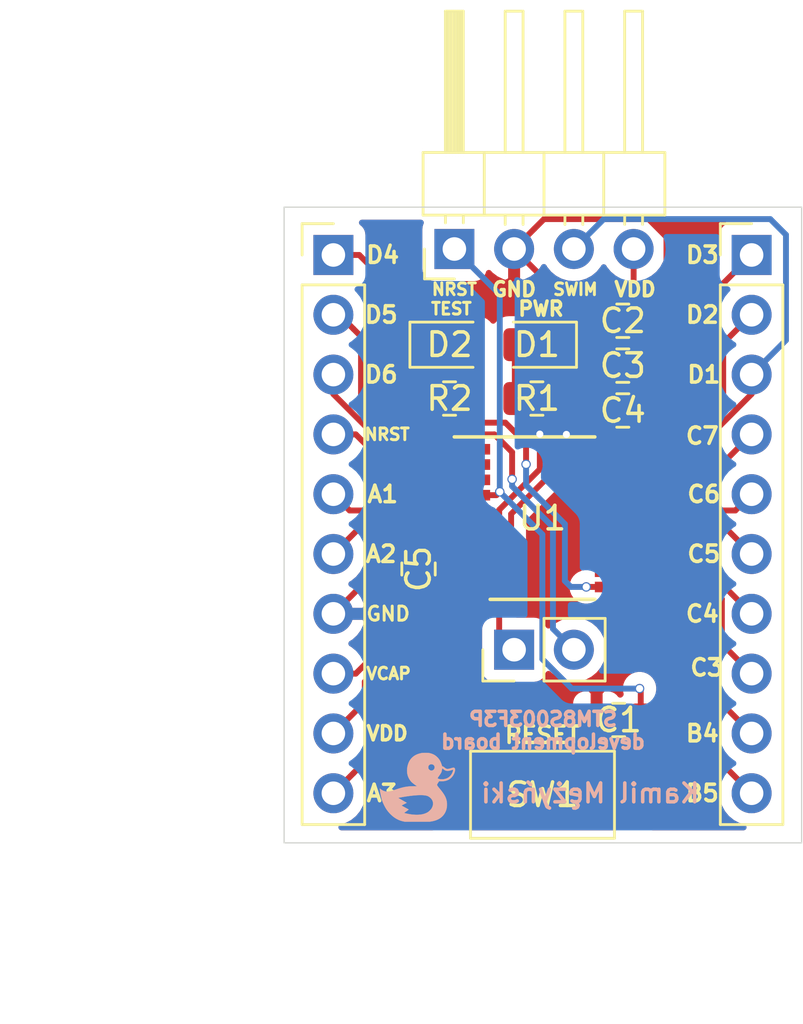
<source format=kicad_pcb>
(kicad_pcb (version 20171130) (host pcbnew "(5.1.4)-1")

  (general
    (thickness 1.6)
    (drawings 35)
    (tracks 175)
    (zones 0)
    (modules 16)
    (nets 24)
  )

  (page A4)
  (title_block
    (title "STM8S003F3P development board")
    (date 2019-11-08)
    (rev 1.3)
    (company "Kamil Mężyński")
  )

  (layers
    (0 F.Cu signal)
    (31 B.Cu signal)
    (32 B.Adhes user)
    (33 F.Adhes user)
    (34 B.Paste user)
    (35 F.Paste user)
    (36 B.SilkS user)
    (37 F.SilkS user)
    (38 B.Mask user)
    (39 F.Mask user)
    (40 Dwgs.User user)
    (41 Cmts.User user)
    (42 Eco1.User user)
    (43 Eco2.User user)
    (44 Edge.Cuts user)
    (45 Margin user)
    (46 B.CrtYd user hide)
    (47 F.CrtYd user)
    (48 B.Fab user)
    (49 F.Fab user hide)
  )

  (setup
    (last_trace_width 0.25)
    (trace_clearance 0.2)
    (zone_clearance 0.508)
    (zone_45_only no)
    (trace_min 0.2)
    (via_size 0.8)
    (via_drill 0.4)
    (via_min_size 0.4)
    (via_min_drill 0.3)
    (user_via 0.4 0.3)
    (uvia_size 0.3)
    (uvia_drill 0.1)
    (uvias_allowed no)
    (uvia_min_size 0.2)
    (uvia_min_drill 0.1)
    (edge_width 0.05)
    (segment_width 0.2)
    (pcb_text_width 0.3)
    (pcb_text_size 1.5 1.5)
    (mod_edge_width 0.12)
    (mod_text_size 1 1)
    (mod_text_width 0.15)
    (pad_size 1.524 1.524)
    (pad_drill 0.762)
    (pad_to_mask_clearance 0.051)
    (solder_mask_min_width 0.25)
    (aux_axis_origin 0 0)
    (visible_elements 7FFFFFFF)
    (pcbplotparams
      (layerselection 0x010f0_ffffffff)
      (usegerberextensions false)
      (usegerberattributes false)
      (usegerberadvancedattributes false)
      (creategerberjobfile false)
      (excludeedgelayer true)
      (linewidth 0.100000)
      (plotframeref false)
      (viasonmask false)
      (mode 1)
      (useauxorigin false)
      (hpglpennumber 1)
      (hpglpenspeed 20)
      (hpglpendiameter 15.000000)
      (psnegative false)
      (psa4output false)
      (plotreference true)
      (plotvalue true)
      (plotinvisibletext false)
      (padsonsilk false)
      (subtractmaskfromsilk false)
      (outputformat 1)
      (mirror false)
      (drillshape 0)
      (scaleselection 1)
      (outputdirectory "Gerber/"))
  )

  (net 0 "")
  (net 1 GND)
  (net 2 NRST)
  (net 3 VDD)
  (net 4 VCAP)
  (net 5 "Net-(D1-Pad2)")
  (net 6 "Net-(D2-Pad2)")
  (net 7 PA3)
  (net 8 PA2)
  (net 9 PA1)
  (net 10 PD6)
  (net 11 PD5)
  (net 12 PD4)
  (net 13 PB5)
  (net 14 PB4)
  (net 15 PC3)
  (net 16 PC4)
  (net 17 PC5)
  (net 18 PC6)
  (net 19 PC7)
  (net 20 PD1)
  (net 21 PD2)
  (net 22 PD3)
  (net 23 "Net-(J4-Pad2)")

  (net_class Default "This is the default net class."
    (clearance 0.2)
    (trace_width 0.25)
    (via_dia 0.8)
    (via_drill 0.4)
    (uvia_dia 0.3)
    (uvia_drill 0.1)
    (add_net GND)
    (add_net NRST)
    (add_net "Net-(D1-Pad2)")
    (add_net "Net-(D2-Pad2)")
    (add_net "Net-(J4-Pad2)")
    (add_net PA1)
    (add_net PA2)
    (add_net PA3)
    (add_net PB4)
    (add_net PB5)
    (add_net PC3)
    (add_net PC4)
    (add_net PC5)
    (add_net PC6)
    (add_net PC7)
    (add_net PD1)
    (add_net PD2)
    (add_net PD3)
    (add_net PD4)
    (add_net PD5)
    (add_net PD6)
    (add_net VCAP)
    (add_net VDD)
  )

  (module Package_SO:TSSOP-20_4.4x6.5mm_P0.65mm (layer F.Cu) (tedit 5A02F25C) (tstamp 5DC57CCE)
    (at 142.0495 93.98)
    (descr "20-Lead Plastic Thin Shrink Small Outline (ST)-4.4 mm Body [TSSOP] (see Microchip Packaging Specification 00000049BS.pdf)")
    (tags "SSOP 0.65")
    (path /5DC4A39D)
    (attr smd)
    (fp_text reference U1 (at 0 0) (layer F.SilkS)
      (effects (font (size 1 1) (thickness 0.15)))
    )
    (fp_text value STM8S003F3P (at 0 4.3) (layer F.Fab)
      (effects (font (size 1 1) (thickness 0.15)))
    )
    (fp_text user %R (at 0 0) (layer F.Fab)
      (effects (font (size 0.8 0.8) (thickness 0.15)))
    )
    (fp_line (start -3.75 -3.45) (end 2.225 -3.45) (layer F.SilkS) (width 0.15))
    (fp_line (start -2.225 3.45) (end 2.225 3.45) (layer F.SilkS) (width 0.15))
    (fp_line (start -3.95 3.55) (end 3.95 3.55) (layer F.CrtYd) (width 0.05))
    (fp_line (start -3.95 -3.55) (end 3.95 -3.55) (layer F.CrtYd) (width 0.05))
    (fp_line (start 3.95 -3.55) (end 3.95 3.55) (layer F.CrtYd) (width 0.05))
    (fp_line (start -3.95 -3.55) (end -3.95 3.55) (layer F.CrtYd) (width 0.05))
    (fp_line (start -2.2 -2.25) (end -1.2 -3.25) (layer F.Fab) (width 0.15))
    (fp_line (start -2.2 3.25) (end -2.2 -2.25) (layer F.Fab) (width 0.15))
    (fp_line (start 2.2 3.25) (end -2.2 3.25) (layer F.Fab) (width 0.15))
    (fp_line (start 2.2 -3.25) (end 2.2 3.25) (layer F.Fab) (width 0.15))
    (fp_line (start -1.2 -3.25) (end 2.2 -3.25) (layer F.Fab) (width 0.15))
    (pad 20 smd rect (at 2.95 -2.925) (size 1.45 0.45) (layers F.Cu F.Paste F.Mask)
      (net 22 PD3))
    (pad 19 smd rect (at 2.95 -2.275) (size 1.45 0.45) (layers F.Cu F.Paste F.Mask)
      (net 21 PD2))
    (pad 18 smd rect (at 2.95 -1.625) (size 1.45 0.45) (layers F.Cu F.Paste F.Mask)
      (net 20 PD1))
    (pad 17 smd rect (at 2.95 -0.975) (size 1.45 0.45) (layers F.Cu F.Paste F.Mask)
      (net 19 PC7))
    (pad 16 smd rect (at 2.95 -0.325) (size 1.45 0.45) (layers F.Cu F.Paste F.Mask)
      (net 18 PC6))
    (pad 15 smd rect (at 2.95 0.325) (size 1.45 0.45) (layers F.Cu F.Paste F.Mask)
      (net 17 PC5))
    (pad 14 smd rect (at 2.95 0.975) (size 1.45 0.45) (layers F.Cu F.Paste F.Mask)
      (net 16 PC4))
    (pad 13 smd rect (at 2.95 1.625) (size 1.45 0.45) (layers F.Cu F.Paste F.Mask)
      (net 15 PC3))
    (pad 12 smd rect (at 2.95 2.275) (size 1.45 0.45) (layers F.Cu F.Paste F.Mask)
      (net 14 PB4))
    (pad 11 smd rect (at 2.95 2.925) (size 1.45 0.45) (layers F.Cu F.Paste F.Mask)
      (net 13 PB5))
    (pad 10 smd rect (at -2.95 2.925) (size 1.45 0.45) (layers F.Cu F.Paste F.Mask)
      (net 7 PA3))
    (pad 9 smd rect (at -2.95 2.275) (size 1.45 0.45) (layers F.Cu F.Paste F.Mask)
      (net 3 VDD))
    (pad 8 smd rect (at -2.95 1.625) (size 1.45 0.45) (layers F.Cu F.Paste F.Mask)
      (net 4 VCAP))
    (pad 7 smd rect (at -2.95 0.975) (size 1.45 0.45) (layers F.Cu F.Paste F.Mask)
      (net 1 GND))
    (pad 6 smd rect (at -2.95 0.325) (size 1.45 0.45) (layers F.Cu F.Paste F.Mask)
      (net 8 PA2))
    (pad 5 smd rect (at -2.95 -0.325) (size 1.45 0.45) (layers F.Cu F.Paste F.Mask)
      (net 9 PA1))
    (pad 4 smd rect (at -2.95 -0.975) (size 1.45 0.45) (layers F.Cu F.Paste F.Mask)
      (net 2 NRST))
    (pad 3 smd rect (at -2.95 -1.625) (size 1.45 0.45) (layers F.Cu F.Paste F.Mask)
      (net 10 PD6))
    (pad 2 smd rect (at -2.95 -2.275) (size 1.45 0.45) (layers F.Cu F.Paste F.Mask)
      (net 11 PD5))
    (pad 1 smd rect (at -2.95 -2.925) (size 1.45 0.45) (layers F.Cu F.Paste F.Mask)
      (net 12 PD4))
    (model ${KISYS3DMOD}/Package_SO.3dshapes/TSSOP-20_4.4x6.5mm_P0.65mm.wrl
      (at (xyz 0 0 0))
      (scale (xyz 1 1 1))
      (rotate (xyz 0 0 0))
    )
  )

  (module Capacitor_SMD:C_0805_2012Metric (layer F.Cu) (tedit 5B36C52B) (tstamp 5DC561B8)
    (at 145.4635 87.503)
    (descr "Capacitor SMD 0805 (2012 Metric), square (rectangular) end terminal, IPC_7351 nominal, (Body size source: https://docs.google.com/spreadsheets/d/1BsfQQcO9C6DZCsRaXUlFlo91Tg2WpOkGARC1WS5S8t0/edit?usp=sharing), generated with kicad-footprint-generator")
    (tags capacitor)
    (path /5DCA1BE4)
    (attr smd)
    (fp_text reference C3 (at 0 0) (layer F.SilkS)
      (effects (font (size 1 1) (thickness 0.15)))
    )
    (fp_text value 1u (at 0 1.65) (layer F.Fab)
      (effects (font (size 1 1) (thickness 0.15)))
    )
    (fp_line (start -1 0.6) (end -1 -0.6) (layer F.Fab) (width 0.1))
    (fp_line (start -1 -0.6) (end 1 -0.6) (layer F.Fab) (width 0.1))
    (fp_line (start 1 -0.6) (end 1 0.6) (layer F.Fab) (width 0.1))
    (fp_line (start 1 0.6) (end -1 0.6) (layer F.Fab) (width 0.1))
    (fp_line (start -0.258578 -0.71) (end 0.258578 -0.71) (layer F.SilkS) (width 0.12))
    (fp_line (start -0.258578 0.71) (end 0.258578 0.71) (layer F.SilkS) (width 0.12))
    (fp_line (start -1.68 0.95) (end -1.68 -0.95) (layer F.CrtYd) (width 0.05))
    (fp_line (start -1.68 -0.95) (end 1.68 -0.95) (layer F.CrtYd) (width 0.05))
    (fp_line (start 1.68 -0.95) (end 1.68 0.95) (layer F.CrtYd) (width 0.05))
    (fp_line (start 1.68 0.95) (end -1.68 0.95) (layer F.CrtYd) (width 0.05))
    (fp_text user %R (at 0 0) (layer F.Fab)
      (effects (font (size 0.5 0.5) (thickness 0.08)))
    )
    (pad 1 smd roundrect (at -0.9375 0) (size 0.975 1.4) (layers F.Cu F.Paste F.Mask) (roundrect_rratio 0.25)
      (net 3 VDD))
    (pad 2 smd roundrect (at 0.9375 0) (size 0.975 1.4) (layers F.Cu F.Paste F.Mask) (roundrect_rratio 0.25)
      (net 1 GND))
    (model ${KISYS3DMOD}/Capacitor_SMD.3dshapes/C_0805_2012Metric.wrl
      (at (xyz 0 0 0))
      (scale (xyz 1 1 1))
      (rotate (xyz 0 0 0))
    )
  )

  (module STM8_board:duck_logo1 (layer F.Cu) (tedit 5DC61153) (tstamp 5DCF8B5D)
    (at 137.414 105.41)
    (fp_text reference G*** (at 0 0) (layer F.SilkS) hide
      (effects (font (size 1.524 1.524) (thickness 0.3)))
    )
    (fp_text value LOGO (at 0.75 0) (layer F.SilkS) hide
      (effects (font (size 1.524 1.524) (thickness 0.3)))
    )
    (fp_poly (pts (xy -0.34036 -1.460283) (xy -0.38143 -1.460119) (xy -0.414235 -1.459676) (xy -0.440667 -1.458832)
      (xy -0.462621 -1.457465) (xy -0.481988 -1.455453) (xy -0.500663 -1.452672) (xy -0.520538 -1.449001)
      (xy -0.52324 -1.448466) (xy -0.611977 -1.426841) (xy -0.693075 -1.398742) (xy -0.766912 -1.363935)
      (xy -0.833866 -1.322188) (xy -0.894316 -1.273266) (xy -0.948639 -1.216936) (xy -0.993619 -1.15824)
      (xy -1.030715 -1.09621) (xy -1.061977 -1.027253) (xy -1.087074 -0.952981) (xy -1.105676 -0.875007)
      (xy -1.117453 -0.794945) (xy -1.122073 -0.714408) (xy -1.119207 -0.635007) (xy -1.112269 -0.57912)
      (xy -1.094312 -0.500954) (xy -1.066673 -0.425356) (xy -1.029635 -0.352893) (xy -0.983476 -0.284135)
      (xy -0.942251 -0.234467) (xy -0.9231 -0.215317) (xy -0.89716 -0.192255) (xy -0.866288 -0.166704)
      (xy -0.832342 -0.140085) (xy -0.797179 -0.113821) (xy -0.762657 -0.089335) (xy -0.730634 -0.068048)
      (xy -0.70358 -0.051726) (xy -0.696706 -0.047174) (xy -0.69596 -0.045511) (xy -0.701495 -0.045327)
      (xy -0.715898 -0.045061) (xy -0.737876 -0.044731) (xy -0.766138 -0.044355) (xy -0.799391 -0.04395)
      (xy -0.836344 -0.043536) (xy -0.84582 -0.043434) (xy -0.930545 -0.041489) (xy -1.009695 -0.037302)
      (xy -1.08501 -0.030554) (xy -1.158231 -0.020928) (xy -1.231101 -0.008104) (xy -1.305361 0.008236)
      (xy -1.382753 0.028411) (xy -1.465017 0.05274) (xy -1.553896 0.081542) (xy -1.583548 0.091594)
      (xy -1.644395 0.112228) (xy -1.696875 0.129573) (xy -1.742125 0.143929) (xy -1.781282 0.1556)
      (xy -1.815483 0.164886) (xy -1.845866 0.172091) (xy -1.873568 0.177516) (xy -1.899724 0.181463)
      (xy -1.925474 0.184233) (xy -1.93548 0.185047) (xy -1.99483 0.185203) (xy -2.053018 0.176487)
      (xy -2.110767 0.158654) (xy -2.1688 0.131455) (xy -2.227839 0.094646) (xy -2.252044 0.077066)
      (xy -2.281588 0.054771) (xy -2.278927 0.071835) (xy -2.276909 0.086566) (xy -2.274569 0.106161)
      (xy -2.273141 0.11938) (xy -2.262613 0.20389) (xy -2.24841 0.289637) (xy -2.230988 0.374783)
      (xy -2.210802 0.457489) (xy -2.188308 0.535918) (xy -2.16396 0.608233) (xy -2.138215 0.672594)
      (xy -2.133437 0.68326) (xy -2.096542 0.761174) (xy -2.060522 0.830808) (xy -2.024257 0.893846)
      (xy -1.986629 0.951969) (xy -1.94652 1.006862) (xy -1.902812 1.060206) (xy -1.854387 1.113685)
      (xy -1.831859 1.137117) (xy -1.752647 1.211776) (xy -1.670177 1.276849) (xy -1.584283 1.332429)
      (xy -1.494799 1.37861) (xy -1.401559 1.415483) (xy -1.304397 1.443141) (xy -1.270743 1.450402)
      (xy -1.207243 1.46304) (xy -0.691251 1.462278) (xy -0.619408 1.462155) (xy -0.550236 1.462002)
      (xy -0.484439 1.461824) (xy -0.422717 1.461622) (xy -0.365773 1.461402) (xy -0.314307 1.461166)
      (xy -0.269023 1.460918) (xy -0.23062 1.460661) (xy -0.199801 1.460399) (xy -0.177268 1.460134)
      (xy -0.163721 1.459871) (xy -0.16002 1.459697) (xy -0.065866 1.44562) (xy 0.020008 1.426784)
      (xy 0.098417 1.402961) (xy 0.170176 1.373923) (xy 0.202532 1.358047) (xy 0.235937 1.340185)
      (xy 0.263213 1.324269) (xy 0.287541 1.308174) (xy 0.312101 1.289779) (xy 0.340076 1.26696)
      (xy 0.344239 1.263465) (xy 0.400491 1.209571) (xy 0.449694 1.148786) (xy 0.491408 1.081936)
      (xy 0.525192 1.009848) (xy 0.550609 0.933347) (xy 0.567217 0.853259) (xy 0.568835 0.841642)
      (xy 0.571611 0.812221) (xy 0.573279 0.77678) (xy 0.573865 0.73812) (xy 0.573546 0.711646)
      (xy -0.016481 0.711646) (xy -0.024646 0.768403) (xy -0.042539 0.825909) (xy -0.070155 0.883739)
      (xy -0.084777 0.908219) (xy -0.095617 0.923152) (xy -0.1117 0.9426) (xy -0.130893 0.964089)
      (xy -0.151062 0.985149) (xy -0.151915 0.986004) (xy -0.185112 1.017538) (xy -0.216497 1.043299)
      (xy -0.248757 1.065022) (xy -0.28458 1.084442) (xy -0.326653 1.103293) (xy -0.34544 1.110906)
      (xy -0.413772 1.134077) (xy -0.487557 1.15148) (xy -0.567394 1.163175) (xy -0.653879 1.16922)
      (xy -0.747613 1.169674) (xy -0.849192 1.164598) (xy -0.87122 1.162864) (xy -0.901795 1.159757)
      (xy -0.936509 1.155283) (xy -0.974153 1.149686) (xy -1.01352 1.143213) (xy -1.053402 1.136106)
      (xy -1.092591 1.128613) (xy -1.129878 1.120978) (xy -1.164057 1.113447) (xy -1.193918 1.106264)
      (xy -1.218254 1.099674) (xy -1.235857 1.093923) (xy -1.245519 1.089257) (xy -1.24684 1.086635)
      (xy -1.242115 1.082695) (xy -1.23023 1.073855) (xy -1.212391 1.060982) (xy -1.189804 1.04494)
      (xy -1.163674 1.026596) (xy -1.147717 1.015483) (xy -1.12052 0.996325) (xy -1.09663 0.978974)
      (xy -1.077155 0.96428) (xy -1.063205 0.953091) (xy -1.055888 0.946255) (xy -1.05514 0.9446)
      (xy -1.061008 0.94078) (xy -1.073861 0.933294) (xy -1.091722 0.92327) (xy -1.10998 0.913266)
      (xy -1.130451 0.902167) (xy -1.157522 0.887495) (xy -1.188858 0.870514) (xy -1.222124 0.85249)
      (xy -1.254986 0.834688) (xy -1.258566 0.832748) (xy -1.286996 0.817116) (xy -1.312038 0.802901)
      (xy -1.332432 0.790855) (xy -1.346915 0.781733) (xy -1.354226 0.776288) (xy -1.35485 0.775261)
      (xy -1.350626 0.771563) (xy -1.339096 0.764461) (xy -1.319917 0.753772) (xy -1.292748 0.739311)
      (xy -1.257246 0.720895) (xy -1.21307 0.698339) (xy -1.192131 0.687731) (xy -1.137122 0.659915)
      (xy -1.214991 0.615412) (xy -1.244248 0.59871) (xy -1.27946 0.578639) (xy -1.317741 0.556841)
      (xy -1.356209 0.534959) (xy -1.391979 0.514634) (xy -1.39446 0.513225) (xy -1.427864 0.494264)
      (xy -1.453448 0.479719) (xy -1.472216 0.468975) (xy -1.485173 0.461414) (xy -1.493323 0.45642)
      (xy -1.497671 0.453377) (xy -1.499222 0.451666) (xy -1.498981 0.450672) (xy -1.497952 0.449778)
      (xy -1.497899 0.449726) (xy -1.49115 0.447111) (xy -1.475448 0.443206) (xy -1.451893 0.438199)
      (xy -1.421584 0.43228) (xy -1.38562 0.425638) (xy -1.345101 0.418463) (xy -1.301125 0.410942)
      (xy -1.254792 0.403266) (xy -1.207201 0.395624) (xy -1.159451 0.388204) (xy -1.112642 0.381197)
      (xy -1.067872 0.37479) (xy -1.0414 0.371173) (xy -0.919573 0.356108) (xy -0.806327 0.344644)
      (xy -0.701768 0.336781) (xy -0.606001 0.332517) (xy -0.519135 0.331853) (xy -0.441275 0.334788)
      (xy -0.372529 0.34132) (xy -0.313003 0.35145) (xy -0.262805 0.365176) (xy -0.235504 0.375901)
      (xy -0.197396 0.396669) (xy -0.158382 0.424125) (xy -0.121679 0.455673) (xy -0.090503 0.488715)
      (xy -0.081166 0.50059) (xy -0.050385 0.550109) (xy -0.029347 0.602074) (xy -0.018046 0.656061)
      (xy -0.016481 0.711646) (xy 0.573546 0.711646) (xy 0.573393 0.699044) (xy 0.571888 0.662354)
      (xy 0.569374 0.630851) (xy 0.566812 0.61214) (xy 0.556475 0.561439) (xy 0.543601 0.512792)
      (xy 0.527683 0.465303) (xy 0.508215 0.418073) (xy 0.484691 0.370206) (xy 0.456606 0.320805)
      (xy 0.423453 0.268974) (xy 0.384726 0.213815) (xy 0.33992 0.154432) (xy 0.288527 0.089927)
      (xy 0.237222 0.02794) (xy 0.207636 -0.008165) (xy 0.184901 -0.037956) (xy 0.168542 -0.062162)
      (xy 0.158089 -0.081515) (xy 0.153069 -0.096743) (xy 0.152448 -0.103039) (xy 0.154722 -0.116614)
      (xy 0.161916 -0.134765) (xy 0.174475 -0.158351) (xy 0.192843 -0.188231) (xy 0.209399 -0.21336)
      (xy 0.241844 -0.26162) (xy 0.264432 -0.260598) (xy 0.322003 -0.258788) (xy 0.374458 -0.258739)
      (xy 0.420373 -0.260414) (xy 0.458325 -0.263777) (xy 0.47244 -0.265834) (xy 0.546387 -0.28304)
      (xy 0.614744 -0.308572) (xy 0.677279 -0.342284) (xy 0.733759 -0.384028) (xy 0.783951 -0.433658)
      (xy 0.825806 -0.488292) (xy 0.852786 -0.532842) (xy 0.875504 -0.578758) (xy 0.893601 -0.624666)
      (xy 0.906712 -0.669194) (xy 0.914477 -0.710969) (xy 0.915967 -0.73826) (xy 0.837987 -0.73826)
      (xy 0.836667 -0.722003) (xy 0.8329 -0.701374) (xy 0.826944 -0.678126) (xy 0.81906 -0.654013)
      (xy 0.817191 -0.649023) (xy 0.786918 -0.582216) (xy 0.750399 -0.523246) (xy 0.707741 -0.472229)
      (xy 0.659054 -0.429282) (xy 0.604444 -0.394522) (xy 0.564317 -0.375758) (xy 0.540575 -0.367436)
      (xy 0.510214 -0.358726) (xy 0.476702 -0.350475) (xy 0.443504 -0.34353) (xy 0.414087 -0.338738)
      (xy 0.41148 -0.338409) (xy 0.389814 -0.337163) (xy 0.361448 -0.337473) (xy 0.329684 -0.33911)
      (xy 0.297825 -0.341846) (xy 0.269172 -0.345452) (xy 0.247029 -0.349698) (xy 0.24638 -0.349863)
      (xy 0.216683 -0.358755) (xy 0.193947 -0.368111) (xy 0.179334 -0.377388) (xy 0.174514 -0.383654)
      (xy 0.176424 -0.3901) (xy 0.183613 -0.403418) (xy 0.195298 -0.422328) (xy 0.210696 -0.445549)
      (xy 0.224856 -0.465938) (xy 0.254952 -0.508715) (xy 0.279653 -0.544572) (xy 0.299584 -0.574775)
      (xy 0.315369 -0.600588) (xy 0.32763 -0.623278) (xy 0.336994 -0.644109) (xy 0.344084 -0.664347)
      (xy 0.349523 -0.685257) (xy 0.353936 -0.708105) (xy 0.357947 -0.734156) (xy 0.358275 -0.736452)
      (xy 0.362336 -0.760824) (xy 0.366794 -0.780584) (xy 0.371116 -0.793578) (xy 0.373255 -0.797072)
      (xy 0.378295 -0.800411) (xy 0.384503 -0.799373) (xy 0.394168 -0.793037) (xy 0.404971 -0.784332)
      (xy 0.442377 -0.75472) (xy 0.475148 -0.732225) (xy 0.504974 -0.716012) (xy 0.533546 -0.705247)
      (xy 0.562551 -0.699096) (xy 0.581308 -0.697244) (xy 0.607038 -0.696751) (xy 0.634535 -0.697952)
      (xy 0.657928 -0.70059) (xy 0.658308 -0.700654) (xy 0.674496 -0.70413) (xy 0.69775 -0.710017)
      (xy 0.725478 -0.717568) (xy 0.755088 -0.726041) (xy 0.783988 -0.734689) (xy 0.809586 -0.742768)
      (xy 0.829291 -0.749532) (xy 0.832244 -0.750642) (xy 0.836599 -0.748391) (xy 0.837987 -0.73826)
      (xy 0.915967 -0.73826) (xy 0.916534 -0.74862) (xy 0.912521 -0.780773) (xy 0.907121 -0.796694)
      (xy 0.897598 -0.813183) (xy 0.885413 -0.824554) (xy 0.869462 -0.830908) (xy 0.84864 -0.832347)
      (xy 0.821843 -0.828972) (xy 0.787965 -0.820884) (xy 0.753938 -0.810747) (xy 0.703948 -0.795759)
      (xy 0.661719 -0.785182) (xy 0.625808 -0.779122) (xy 0.594773 -0.777685) (xy 0.567172 -0.780977)
      (xy 0.541562 -0.789104) (xy 0.516502 -0.802171) (xy 0.490548 -0.820286) (xy 0.476993 -0.831098)
      (xy 0.458558 -0.84582) (xy 0.048102 -0.84582) (xy 0.045921 -0.814527) (xy 0.038594 -0.788486)
      (xy 0.024898 -0.765453) (xy 0.003611 -0.74318) (xy -0.016793 -0.726588) (xy -0.037302 -0.716296)
      (xy -0.06378 -0.710434) (xy -0.092951 -0.709214) (xy -0.121542 -0.712848) (xy -0.139991 -0.718615)
      (xy -0.15978 -0.730243) (xy -0.180569 -0.747814) (xy -0.198955 -0.768117) (xy -0.209829 -0.784514)
      (xy -0.217685 -0.807277) (xy -0.221287 -0.835359) (xy -0.22064 -0.864854) (xy -0.215749 -0.891858)
      (xy -0.209674 -0.907432) (xy -0.19524 -0.928229) (xy -0.175599 -0.948163) (xy -0.15391 -0.96447)
      (xy -0.133334 -0.974384) (xy -0.133061 -0.974466) (xy -0.097772 -0.980519) (xy -0.062434 -0.978366)
      (xy -0.029287 -0.968563) (xy -0.000572 -0.951667) (xy 0.013912 -0.937997) (xy 0.030648 -0.9171)
      (xy 0.040982 -0.898362) (xy 0.046318 -0.878) (xy 0.048061 -0.85223) (xy 0.048102 -0.84582)
      (xy 0.458558 -0.84582) (xy 0.450962 -0.851886) (xy 0.430479 -0.866562) (xy 0.413852 -0.876143)
      (xy 0.399389 -0.881644) (xy 0.389466 -0.883635) (xy 0.3763 -0.88612) (xy 0.368948 -0.891)
      (xy 0.364164 -0.901281) (xy 0.36174 -0.90932) (xy 0.340405 -0.978716) (xy 0.318453 -1.039493)
      (xy 0.295057 -1.093189) (xy 0.269392 -1.141345) (xy 0.240632 -1.185499) (xy 0.207951 -1.227189)
      (xy 0.170523 -1.267955) (xy 0.167809 -1.270708) (xy 0.118635 -1.316326) (xy 0.068202 -1.354552)
      (xy 0.014734 -1.386337) (xy -0.043544 -1.41263) (xy -0.108407 -1.434382) (xy -0.1651 -1.448896)
      (xy -0.182288 -1.452602) (xy -0.198259 -1.455424) (xy -0.21478 -1.457477) (xy -0.233618 -1.458876)
      (xy -0.256543 -1.459735) (xy -0.285323 -1.460171) (xy -0.321725 -1.460296) (xy -0.34036 -1.460283)) (layer B.SilkS) (width 0.01))
  )

  (module Connector_PinHeader_2.54mm:PinHeader_1x04_P2.54mm_Horizontal (layer F.Cu) (tedit 59FED5CB) (tstamp 5DC56254)
    (at 138.303 82.55 90)
    (descr "Through hole angled pin header, 1x04, 2.54mm pitch, 6mm pin length, single row")
    (tags "Through hole angled pin header THT 1x04 2.54mm single row")
    (path /5DCBBF61)
    (fp_text reference J3 (at 4.385 -2.27 90) (layer F.Fab)
      (effects (font (size 1 1) (thickness 0.15)))
    )
    (fp_text value Conn_01x04 (at 4.385 9.89 90) (layer F.Fab)
      (effects (font (size 1 1) (thickness 0.15)))
    )
    (fp_text user %R (at 2.77 3.81) (layer F.Fab)
      (effects (font (size 1 1) (thickness 0.15)))
    )
    (fp_line (start 10.55 -1.8) (end -1.8 -1.8) (layer F.CrtYd) (width 0.05))
    (fp_line (start 10.55 9.4) (end 10.55 -1.8) (layer F.CrtYd) (width 0.05))
    (fp_line (start -1.8 9.4) (end 10.55 9.4) (layer F.CrtYd) (width 0.05))
    (fp_line (start -1.8 -1.8) (end -1.8 9.4) (layer F.CrtYd) (width 0.05))
    (fp_line (start -1.27 -1.27) (end 0 -1.27) (layer F.SilkS) (width 0.12))
    (fp_line (start -1.27 0) (end -1.27 -1.27) (layer F.SilkS) (width 0.12))
    (fp_line (start 1.042929 8) (end 1.44 8) (layer F.SilkS) (width 0.12))
    (fp_line (start 1.042929 7.24) (end 1.44 7.24) (layer F.SilkS) (width 0.12))
    (fp_line (start 10.1 8) (end 4.1 8) (layer F.SilkS) (width 0.12))
    (fp_line (start 10.1 7.24) (end 10.1 8) (layer F.SilkS) (width 0.12))
    (fp_line (start 4.1 7.24) (end 10.1 7.24) (layer F.SilkS) (width 0.12))
    (fp_line (start 1.44 6.35) (end 4.1 6.35) (layer F.SilkS) (width 0.12))
    (fp_line (start 1.042929 5.46) (end 1.44 5.46) (layer F.SilkS) (width 0.12))
    (fp_line (start 1.042929 4.7) (end 1.44 4.7) (layer F.SilkS) (width 0.12))
    (fp_line (start 10.1 5.46) (end 4.1 5.46) (layer F.SilkS) (width 0.12))
    (fp_line (start 10.1 4.7) (end 10.1 5.46) (layer F.SilkS) (width 0.12))
    (fp_line (start 4.1 4.7) (end 10.1 4.7) (layer F.SilkS) (width 0.12))
    (fp_line (start 1.44 3.81) (end 4.1 3.81) (layer F.SilkS) (width 0.12))
    (fp_line (start 1.042929 2.92) (end 1.44 2.92) (layer F.SilkS) (width 0.12))
    (fp_line (start 1.042929 2.16) (end 1.44 2.16) (layer F.SilkS) (width 0.12))
    (fp_line (start 10.1 2.92) (end 4.1 2.92) (layer F.SilkS) (width 0.12))
    (fp_line (start 10.1 2.16) (end 10.1 2.92) (layer F.SilkS) (width 0.12))
    (fp_line (start 4.1 2.16) (end 10.1 2.16) (layer F.SilkS) (width 0.12))
    (fp_line (start 1.44 1.27) (end 4.1 1.27) (layer F.SilkS) (width 0.12))
    (fp_line (start 1.11 0.38) (end 1.44 0.38) (layer F.SilkS) (width 0.12))
    (fp_line (start 1.11 -0.38) (end 1.44 -0.38) (layer F.SilkS) (width 0.12))
    (fp_line (start 4.1 0.28) (end 10.1 0.28) (layer F.SilkS) (width 0.12))
    (fp_line (start 4.1 0.16) (end 10.1 0.16) (layer F.SilkS) (width 0.12))
    (fp_line (start 4.1 0.04) (end 10.1 0.04) (layer F.SilkS) (width 0.12))
    (fp_line (start 4.1 -0.08) (end 10.1 -0.08) (layer F.SilkS) (width 0.12))
    (fp_line (start 4.1 -0.2) (end 10.1 -0.2) (layer F.SilkS) (width 0.12))
    (fp_line (start 4.1 -0.32) (end 10.1 -0.32) (layer F.SilkS) (width 0.12))
    (fp_line (start 10.1 0.38) (end 4.1 0.38) (layer F.SilkS) (width 0.12))
    (fp_line (start 10.1 -0.38) (end 10.1 0.38) (layer F.SilkS) (width 0.12))
    (fp_line (start 4.1 -0.38) (end 10.1 -0.38) (layer F.SilkS) (width 0.12))
    (fp_line (start 4.1 -1.33) (end 1.44 -1.33) (layer F.SilkS) (width 0.12))
    (fp_line (start 4.1 8.95) (end 4.1 -1.33) (layer F.SilkS) (width 0.12))
    (fp_line (start 1.44 8.95) (end 4.1 8.95) (layer F.SilkS) (width 0.12))
    (fp_line (start 1.44 -1.33) (end 1.44 8.95) (layer F.SilkS) (width 0.12))
    (fp_line (start 4.04 7.94) (end 10.04 7.94) (layer F.Fab) (width 0.1))
    (fp_line (start 10.04 7.3) (end 10.04 7.94) (layer F.Fab) (width 0.1))
    (fp_line (start 4.04 7.3) (end 10.04 7.3) (layer F.Fab) (width 0.1))
    (fp_line (start -0.32 7.94) (end 1.5 7.94) (layer F.Fab) (width 0.1))
    (fp_line (start -0.32 7.3) (end -0.32 7.94) (layer F.Fab) (width 0.1))
    (fp_line (start -0.32 7.3) (end 1.5 7.3) (layer F.Fab) (width 0.1))
    (fp_line (start 4.04 5.4) (end 10.04 5.4) (layer F.Fab) (width 0.1))
    (fp_line (start 10.04 4.76) (end 10.04 5.4) (layer F.Fab) (width 0.1))
    (fp_line (start 4.04 4.76) (end 10.04 4.76) (layer F.Fab) (width 0.1))
    (fp_line (start -0.32 5.4) (end 1.5 5.4) (layer F.Fab) (width 0.1))
    (fp_line (start -0.32 4.76) (end -0.32 5.4) (layer F.Fab) (width 0.1))
    (fp_line (start -0.32 4.76) (end 1.5 4.76) (layer F.Fab) (width 0.1))
    (fp_line (start 4.04 2.86) (end 10.04 2.86) (layer F.Fab) (width 0.1))
    (fp_line (start 10.04 2.22) (end 10.04 2.86) (layer F.Fab) (width 0.1))
    (fp_line (start 4.04 2.22) (end 10.04 2.22) (layer F.Fab) (width 0.1))
    (fp_line (start -0.32 2.86) (end 1.5 2.86) (layer F.Fab) (width 0.1))
    (fp_line (start -0.32 2.22) (end -0.32 2.86) (layer F.Fab) (width 0.1))
    (fp_line (start -0.32 2.22) (end 1.5 2.22) (layer F.Fab) (width 0.1))
    (fp_line (start 4.04 0.32) (end 10.04 0.32) (layer F.Fab) (width 0.1))
    (fp_line (start 10.04 -0.32) (end 10.04 0.32) (layer F.Fab) (width 0.1))
    (fp_line (start 4.04 -0.32) (end 10.04 -0.32) (layer F.Fab) (width 0.1))
    (fp_line (start -0.32 0.32) (end 1.5 0.32) (layer F.Fab) (width 0.1))
    (fp_line (start -0.32 -0.32) (end -0.32 0.32) (layer F.Fab) (width 0.1))
    (fp_line (start -0.32 -0.32) (end 1.5 -0.32) (layer F.Fab) (width 0.1))
    (fp_line (start 1.5 -0.635) (end 2.135 -1.27) (layer F.Fab) (width 0.1))
    (fp_line (start 1.5 8.89) (end 1.5 -0.635) (layer F.Fab) (width 0.1))
    (fp_line (start 4.04 8.89) (end 1.5 8.89) (layer F.Fab) (width 0.1))
    (fp_line (start 4.04 -1.27) (end 4.04 8.89) (layer F.Fab) (width 0.1))
    (fp_line (start 2.135 -1.27) (end 4.04 -1.27) (layer F.Fab) (width 0.1))
    (pad 4 thru_hole oval (at 0 7.62 90) (size 1.7 1.7) (drill 1) (layers *.Cu *.Mask)
      (net 3 VDD))
    (pad 3 thru_hole oval (at 0 5.08 90) (size 1.7 1.7) (drill 1) (layers *.Cu *.Mask)
      (net 20 PD1))
    (pad 2 thru_hole oval (at 0 2.54 90) (size 1.7 1.7) (drill 1) (layers *.Cu *.Mask)
      (net 1 GND))
    (pad 1 thru_hole rect (at 0 0 90) (size 1.7 1.7) (drill 1) (layers *.Cu *.Mask)
      (net 2 NRST))
    (model ${KISYS3DMOD}/Connector_PinHeader_2.54mm.3dshapes/PinHeader_1x04_P2.54mm_Horizontal.wrl
      (at (xyz 0 0 0))
      (scale (xyz 1 1 1))
      (rotate (xyz 0 0 0))
    )
  )

  (module Connector_PinHeader_2.54mm:PinHeader_1x02_P2.54mm_Vertical (layer F.Cu) (tedit 59FED5CC) (tstamp 5DCF508C)
    (at 140.843 99.568 90)
    (descr "Through hole straight pin header, 1x02, 2.54mm pitch, single row")
    (tags "Through hole pin header THT 1x02 2.54mm single row")
    (path /5DC56762)
    (fp_text reference J4 (at 0 -2.33 90) (layer F.Fab)
      (effects (font (size 1 1) (thickness 0.15)))
    )
    (fp_text value Conn_01x02 (at 0 4.87 90) (layer F.Fab)
      (effects (font (size 1 1) (thickness 0.15)))
    )
    (fp_text user %R (at 0 1.27) (layer F.Fab)
      (effects (font (size 1 1) (thickness 0.15)))
    )
    (fp_line (start 1.8 -1.8) (end -1.8 -1.8) (layer F.CrtYd) (width 0.05))
    (fp_line (start 1.8 4.35) (end 1.8 -1.8) (layer F.CrtYd) (width 0.05))
    (fp_line (start -1.8 4.35) (end 1.8 4.35) (layer F.CrtYd) (width 0.05))
    (fp_line (start -1.8 -1.8) (end -1.8 4.35) (layer F.CrtYd) (width 0.05))
    (fp_line (start -1.33 -1.33) (end 0 -1.33) (layer F.SilkS) (width 0.12))
    (fp_line (start -1.33 0) (end -1.33 -1.33) (layer F.SilkS) (width 0.12))
    (fp_line (start -1.33 1.27) (end 1.33 1.27) (layer F.SilkS) (width 0.12))
    (fp_line (start 1.33 1.27) (end 1.33 3.87) (layer F.SilkS) (width 0.12))
    (fp_line (start -1.33 1.27) (end -1.33 3.87) (layer F.SilkS) (width 0.12))
    (fp_line (start -1.33 3.87) (end 1.33 3.87) (layer F.SilkS) (width 0.12))
    (fp_line (start -1.27 -0.635) (end -0.635 -1.27) (layer F.Fab) (width 0.1))
    (fp_line (start -1.27 3.81) (end -1.27 -0.635) (layer F.Fab) (width 0.1))
    (fp_line (start 1.27 3.81) (end -1.27 3.81) (layer F.Fab) (width 0.1))
    (fp_line (start 1.27 -1.27) (end 1.27 3.81) (layer F.Fab) (width 0.1))
    (fp_line (start -0.635 -1.27) (end 1.27 -1.27) (layer F.Fab) (width 0.1))
    (pad 2 thru_hole oval (at 0 2.54 90) (size 1.7 1.7) (drill 1) (layers *.Cu *.Mask)
      (net 23 "Net-(J4-Pad2)"))
    (pad 1 thru_hole rect (at 0 0 90) (size 1.7 1.7) (drill 1) (layers *.Cu *.Mask)
      (net 3 VDD))
    (model ${KISYS3DMOD}/Connector_PinHeader_2.54mm.3dshapes/PinHeader_1x02_P2.54mm_Vertical.wrl
      (at (xyz 0 0 0))
      (scale (xyz 1 1 1))
      (rotate (xyz 0 0 0))
    )
  )

  (module Button_Switch_SMD:SW_SPST_CK_RS282G05A3 (layer F.Cu) (tedit 5A7A67D2) (tstamp 5DC57773)
    (at 142.0495 105.7275 180)
    (descr https://www.mouser.com/ds/2/60/RS-282G05A-SM_RT-1159762.pdf)
    (tags "SPST button tactile switch")
    (path /5DC91DF1)
    (attr smd)
    (fp_text reference SW1 (at 0 0) (layer F.SilkS)
      (effects (font (size 1 1) (thickness 0.15)))
    )
    (fp_text value SW_Push (at 0 3) (layer F.Fab)
      (effects (font (size 1 1) (thickness 0.15)))
    )
    (fp_line (start 3 -1.8) (end 3 1.8) (layer F.Fab) (width 0.1))
    (fp_line (start -3 -1.8) (end -3 1.8) (layer F.Fab) (width 0.1))
    (fp_line (start -3 -1.8) (end 3 -1.8) (layer F.Fab) (width 0.1))
    (fp_line (start -3 1.8) (end 3 1.8) (layer F.Fab) (width 0.1))
    (fp_line (start -1.5 -0.8) (end -1.5 0.8) (layer F.Fab) (width 0.1))
    (fp_line (start 1.5 -0.8) (end 1.5 0.8) (layer F.Fab) (width 0.1))
    (fp_line (start -1.5 -0.8) (end 1.5 -0.8) (layer F.Fab) (width 0.1))
    (fp_line (start -1.5 0.8) (end 1.5 0.8) (layer F.Fab) (width 0.1))
    (fp_line (start -3.06 1.85) (end -3.06 -1.85) (layer F.SilkS) (width 0.12))
    (fp_line (start 3.06 1.85) (end -3.06 1.85) (layer F.SilkS) (width 0.12))
    (fp_line (start 3.06 -1.85) (end 3.06 1.85) (layer F.SilkS) (width 0.12))
    (fp_line (start -3.06 -1.85) (end 3.06 -1.85) (layer F.SilkS) (width 0.12))
    (fp_line (start -1.75 1) (end -1.75 -1) (layer F.Fab) (width 0.1))
    (fp_line (start 1.75 1) (end -1.75 1) (layer F.Fab) (width 0.1))
    (fp_line (start 1.75 -1) (end 1.75 1) (layer F.Fab) (width 0.1))
    (fp_line (start -1.75 -1) (end 1.75 -1) (layer F.Fab) (width 0.1))
    (fp_text user %R (at 0 -2.6) (layer F.Fab)
      (effects (font (size 1 1) (thickness 0.15)))
    )
    (fp_line (start -4.9 -2.05) (end 4.9 -2.05) (layer F.CrtYd) (width 0.05))
    (fp_line (start 4.9 -2.05) (end 4.9 2.05) (layer F.CrtYd) (width 0.05))
    (fp_line (start 4.9 2.05) (end -4.9 2.05) (layer F.CrtYd) (width 0.05))
    (fp_line (start -4.9 2.05) (end -4.9 -2.05) (layer F.CrtYd) (width 0.05))
    (pad 2 smd rect (at 3.9 0 180) (size 1.5 1.5) (layers F.Cu F.Paste F.Mask)
      (net 1 GND))
    (pad 1 smd rect (at -3.9 0 180) (size 1.5 1.5) (layers F.Cu F.Paste F.Mask)
      (net 2 NRST))
    (model ${KISYS3DMOD}/Button_Switch_SMD.3dshapes/SW_SPST_CK_RS282G05A3.wrl
      (at (xyz 0 0 0))
      (scale (xyz 1 1 1))
      (rotate (xyz 0 0 0))
    )
  )

  (module Resistor_SMD:R_0805_2012Metric (layer F.Cu) (tedit 5B36C52B) (tstamp 5DC58D1B)
    (at 138.0975 88.9)
    (descr "Resistor SMD 0805 (2012 Metric), square (rectangular) end terminal, IPC_7351 nominal, (Body size source: https://docs.google.com/spreadsheets/d/1BsfQQcO9C6DZCsRaXUlFlo91Tg2WpOkGARC1WS5S8t0/edit?usp=sharing), generated with kicad-footprint-generator")
    (tags resistor)
    (path /5DCF0843)
    (attr smd)
    (fp_text reference R2 (at 0 0) (layer F.SilkS)
      (effects (font (size 1 1) (thickness 0.15)))
    )
    (fp_text value 1k (at 0 1.65) (layer F.Fab)
      (effects (font (size 1 1) (thickness 0.15)))
    )
    (fp_text user %R (at 0 0) (layer F.Fab)
      (effects (font (size 0.5 0.5) (thickness 0.08)))
    )
    (fp_line (start 1.68 0.95) (end -1.68 0.95) (layer F.CrtYd) (width 0.05))
    (fp_line (start 1.68 -0.95) (end 1.68 0.95) (layer F.CrtYd) (width 0.05))
    (fp_line (start -1.68 -0.95) (end 1.68 -0.95) (layer F.CrtYd) (width 0.05))
    (fp_line (start -1.68 0.95) (end -1.68 -0.95) (layer F.CrtYd) (width 0.05))
    (fp_line (start -0.258578 0.71) (end 0.258578 0.71) (layer F.SilkS) (width 0.12))
    (fp_line (start -0.258578 -0.71) (end 0.258578 -0.71) (layer F.SilkS) (width 0.12))
    (fp_line (start 1 0.6) (end -1 0.6) (layer F.Fab) (width 0.1))
    (fp_line (start 1 -0.6) (end 1 0.6) (layer F.Fab) (width 0.1))
    (fp_line (start -1 -0.6) (end 1 -0.6) (layer F.Fab) (width 0.1))
    (fp_line (start -1 0.6) (end -1 -0.6) (layer F.Fab) (width 0.1))
    (pad 2 smd roundrect (at 0.9375 0) (size 0.975 1.4) (layers F.Cu F.Paste F.Mask) (roundrect_rratio 0.25)
      (net 6 "Net-(D2-Pad2)"))
    (pad 1 smd roundrect (at -0.9375 0) (size 0.975 1.4) (layers F.Cu F.Paste F.Mask) (roundrect_rratio 0.25)
      (net 23 "Net-(J4-Pad2)"))
    (model ${KISYS3DMOD}/Resistor_SMD.3dshapes/R_0805_2012Metric.wrl
      (at (xyz 0 0 0))
      (scale (xyz 1 1 1))
      (rotate (xyz 0 0 0))
    )
  )

  (module Resistor_SMD:R_0805_2012Metric (layer F.Cu) (tedit 5B36C52B) (tstamp 5DCF2FF1)
    (at 141.8105 88.9 180)
    (descr "Resistor SMD 0805 (2012 Metric), square (rectangular) end terminal, IPC_7351 nominal, (Body size source: https://docs.google.com/spreadsheets/d/1BsfQQcO9C6DZCsRaXUlFlo91Tg2WpOkGARC1WS5S8t0/edit?usp=sharing), generated with kicad-footprint-generator")
    (tags resistor)
    (path /5DC9EAF7)
    (attr smd)
    (fp_text reference R1 (at 0 0) (layer F.SilkS)
      (effects (font (size 1 1) (thickness 0.15)))
    )
    (fp_text value 1k (at 0 1.65) (layer F.Fab)
      (effects (font (size 1 1) (thickness 0.15)))
    )
    (fp_text user %R (at 0 0) (layer F.Fab)
      (effects (font (size 0.5 0.5) (thickness 0.08)))
    )
    (fp_line (start 1.68 0.95) (end -1.68 0.95) (layer F.CrtYd) (width 0.05))
    (fp_line (start 1.68 -0.95) (end 1.68 0.95) (layer F.CrtYd) (width 0.05))
    (fp_line (start -1.68 -0.95) (end 1.68 -0.95) (layer F.CrtYd) (width 0.05))
    (fp_line (start -1.68 0.95) (end -1.68 -0.95) (layer F.CrtYd) (width 0.05))
    (fp_line (start -0.258578 0.71) (end 0.258578 0.71) (layer F.SilkS) (width 0.12))
    (fp_line (start -0.258578 -0.71) (end 0.258578 -0.71) (layer F.SilkS) (width 0.12))
    (fp_line (start 1 0.6) (end -1 0.6) (layer F.Fab) (width 0.1))
    (fp_line (start 1 -0.6) (end 1 0.6) (layer F.Fab) (width 0.1))
    (fp_line (start -1 -0.6) (end 1 -0.6) (layer F.Fab) (width 0.1))
    (fp_line (start -1 0.6) (end -1 -0.6) (layer F.Fab) (width 0.1))
    (pad 2 smd roundrect (at 0.9375 0 180) (size 0.975 1.4) (layers F.Cu F.Paste F.Mask) (roundrect_rratio 0.25)
      (net 5 "Net-(D1-Pad2)"))
    (pad 1 smd roundrect (at -0.9375 0 180) (size 0.975 1.4) (layers F.Cu F.Paste F.Mask) (roundrect_rratio 0.25)
      (net 3 VDD))
    (model ${KISYS3DMOD}/Resistor_SMD.3dshapes/R_0805_2012Metric.wrl
      (at (xyz 0 0 0))
      (scale (xyz 1 1 1))
      (rotate (xyz 0 0 0))
    )
  )

  (module Connector_PinHeader_2.54mm:PinHeader_1x10_P2.54mm_Vertical (layer F.Cu) (tedit 59FED5CC) (tstamp 5DC5AC66)
    (at 150.9395 82.804)
    (descr "Through hole straight pin header, 1x10, 2.54mm pitch, single row")
    (tags "Through hole pin header THT 1x10 2.54mm single row")
    (path /5DC55A85)
    (fp_text reference J2 (at 0 -2.33) (layer F.Fab)
      (effects (font (size 1 1) (thickness 0.15)))
    )
    (fp_text value Conn_01x10 (at 0 25.19) (layer F.Fab)
      (effects (font (size 1 1) (thickness 0.15)))
    )
    (fp_text user %R (at 0 11.43 90) (layer F.Fab)
      (effects (font (size 1 1) (thickness 0.15)))
    )
    (fp_line (start 1.8 -1.8) (end -1.8 -1.8) (layer F.CrtYd) (width 0.05))
    (fp_line (start 1.8 24.65) (end 1.8 -1.8) (layer F.CrtYd) (width 0.05))
    (fp_line (start -1.8 24.65) (end 1.8 24.65) (layer F.CrtYd) (width 0.05))
    (fp_line (start -1.8 -1.8) (end -1.8 24.65) (layer F.CrtYd) (width 0.05))
    (fp_line (start -1.33 -1.33) (end 0 -1.33) (layer F.SilkS) (width 0.12))
    (fp_line (start -1.33 0) (end -1.33 -1.33) (layer F.SilkS) (width 0.12))
    (fp_line (start -1.33 1.27) (end 1.33 1.27) (layer F.SilkS) (width 0.12))
    (fp_line (start 1.33 1.27) (end 1.33 24.19) (layer F.SilkS) (width 0.12))
    (fp_line (start -1.33 1.27) (end -1.33 24.19) (layer F.SilkS) (width 0.12))
    (fp_line (start -1.33 24.19) (end 1.33 24.19) (layer F.SilkS) (width 0.12))
    (fp_line (start -1.27 -0.635) (end -0.635 -1.27) (layer F.Fab) (width 0.1))
    (fp_line (start -1.27 24.13) (end -1.27 -0.635) (layer F.Fab) (width 0.1))
    (fp_line (start 1.27 24.13) (end -1.27 24.13) (layer F.Fab) (width 0.1))
    (fp_line (start 1.27 -1.27) (end 1.27 24.13) (layer F.Fab) (width 0.1))
    (fp_line (start -0.635 -1.27) (end 1.27 -1.27) (layer F.Fab) (width 0.1))
    (pad 10 thru_hole oval (at 0 22.86) (size 1.7 1.7) (drill 1) (layers *.Cu *.Mask)
      (net 13 PB5))
    (pad 9 thru_hole oval (at 0 20.32) (size 1.7 1.7) (drill 1) (layers *.Cu *.Mask)
      (net 14 PB4))
    (pad 8 thru_hole oval (at 0 17.78) (size 1.7 1.7) (drill 1) (layers *.Cu *.Mask)
      (net 15 PC3))
    (pad 7 thru_hole oval (at 0 15.24) (size 1.7 1.7) (drill 1) (layers *.Cu *.Mask)
      (net 16 PC4))
    (pad 6 thru_hole oval (at 0 12.7) (size 1.7 1.7) (drill 1) (layers *.Cu *.Mask)
      (net 17 PC5))
    (pad 5 thru_hole oval (at 0 10.16) (size 1.7 1.7) (drill 1) (layers *.Cu *.Mask)
      (net 18 PC6))
    (pad 4 thru_hole oval (at 0 7.62) (size 1.7 1.7) (drill 1) (layers *.Cu *.Mask)
      (net 19 PC7))
    (pad 3 thru_hole oval (at 0 5.08) (size 1.7 1.7) (drill 1) (layers *.Cu *.Mask)
      (net 20 PD1))
    (pad 2 thru_hole oval (at 0 2.54) (size 1.7 1.7) (drill 1) (layers *.Cu *.Mask)
      (net 21 PD2))
    (pad 1 thru_hole rect (at 0 0) (size 1.7 1.7) (drill 1) (layers *.Cu *.Mask)
      (net 22 PD3))
    (model ${KISYS3DMOD}/Connector_PinHeader_2.54mm.3dshapes/PinHeader_1x10_P2.54mm_Vertical.wrl
      (at (xyz 0 0 0))
      (scale (xyz 1 1 1))
      (rotate (xyz 0 0 0))
    )
  )

  (module Connector_PinHeader_2.54mm:PinHeader_1x10_P2.54mm_Vertical (layer F.Cu) (tedit 59FED5CC) (tstamp 5DC5B3BF)
    (at 133.1595 82.804)
    (descr "Through hole straight pin header, 1x10, 2.54mm pitch, single row")
    (tags "Through hole pin header THT 1x10 2.54mm single row")
    (path /5DC56E8C)
    (fp_text reference J1 (at 0 -2.33) (layer F.Fab)
      (effects (font (size 1 1) (thickness 0.15)))
    )
    (fp_text value Conn_01x10 (at 0 25.19) (layer F.Fab)
      (effects (font (size 1 1) (thickness 0.15)))
    )
    (fp_text user %R (at 0 11.43 90) (layer F.Fab)
      (effects (font (size 1 1) (thickness 0.15)))
    )
    (fp_line (start 1.8 -1.8) (end -1.8 -1.8) (layer F.CrtYd) (width 0.05))
    (fp_line (start 1.8 24.65) (end 1.8 -1.8) (layer F.CrtYd) (width 0.05))
    (fp_line (start -1.8 24.65) (end 1.8 24.65) (layer F.CrtYd) (width 0.05))
    (fp_line (start -1.8 -1.8) (end -1.8 24.65) (layer F.CrtYd) (width 0.05))
    (fp_line (start -1.33 -1.33) (end 0 -1.33) (layer F.SilkS) (width 0.12))
    (fp_line (start -1.33 0) (end -1.33 -1.33) (layer F.SilkS) (width 0.12))
    (fp_line (start -1.33 1.27) (end 1.33 1.27) (layer F.SilkS) (width 0.12))
    (fp_line (start 1.33 1.27) (end 1.33 24.19) (layer F.SilkS) (width 0.12))
    (fp_line (start -1.33 1.27) (end -1.33 24.19) (layer F.SilkS) (width 0.12))
    (fp_line (start -1.33 24.19) (end 1.33 24.19) (layer F.SilkS) (width 0.12))
    (fp_line (start -1.27 -0.635) (end -0.635 -1.27) (layer F.Fab) (width 0.1))
    (fp_line (start -1.27 24.13) (end -1.27 -0.635) (layer F.Fab) (width 0.1))
    (fp_line (start 1.27 24.13) (end -1.27 24.13) (layer F.Fab) (width 0.1))
    (fp_line (start 1.27 -1.27) (end 1.27 24.13) (layer F.Fab) (width 0.1))
    (fp_line (start -0.635 -1.27) (end 1.27 -1.27) (layer F.Fab) (width 0.1))
    (pad 10 thru_hole oval (at 0 22.86) (size 1.7 1.7) (drill 1) (layers *.Cu *.Mask)
      (net 7 PA3))
    (pad 9 thru_hole oval (at 0 20.32) (size 1.7 1.7) (drill 1) (layers *.Cu *.Mask)
      (net 3 VDD))
    (pad 8 thru_hole oval (at 0 17.78) (size 1.7 1.7) (drill 1) (layers *.Cu *.Mask)
      (net 4 VCAP))
    (pad 7 thru_hole oval (at 0 15.24) (size 1.7 1.7) (drill 1) (layers *.Cu *.Mask)
      (net 1 GND))
    (pad 6 thru_hole oval (at 0 12.7) (size 1.7 1.7) (drill 1) (layers *.Cu *.Mask)
      (net 8 PA2))
    (pad 5 thru_hole oval (at 0 10.16) (size 1.7 1.7) (drill 1) (layers *.Cu *.Mask)
      (net 9 PA1))
    (pad 4 thru_hole oval (at 0 7.62) (size 1.7 1.7) (drill 1) (layers *.Cu *.Mask)
      (net 2 NRST))
    (pad 3 thru_hole oval (at 0 5.08) (size 1.7 1.7) (drill 1) (layers *.Cu *.Mask)
      (net 10 PD6))
    (pad 2 thru_hole oval (at 0 2.54) (size 1.7 1.7) (drill 1) (layers *.Cu *.Mask)
      (net 11 PD5))
    (pad 1 thru_hole rect (at 0 0) (size 1.7 1.7) (drill 1) (layers *.Cu *.Mask)
      (net 12 PD4))
    (model ${KISYS3DMOD}/Connector_PinHeader_2.54mm.3dshapes/PinHeader_1x10_P2.54mm_Vertical.wrl
      (at (xyz 0 0 0))
      (scale (xyz 1 1 1))
      (rotate (xyz 0 0 0))
    )
  )

  (module LED_SMD:LED_0805_2012Metric (layer F.Cu) (tedit 5B36C52C) (tstamp 5DC56200)
    (at 138.0975 86.614)
    (descr "LED SMD 0805 (2012 Metric), square (rectangular) end terminal, IPC_7351 nominal, (Body size source: https://docs.google.com/spreadsheets/d/1BsfQQcO9C6DZCsRaXUlFlo91Tg2WpOkGARC1WS5S8t0/edit?usp=sharing), generated with kicad-footprint-generator")
    (tags diode)
    (path /5DCF0835)
    (attr smd)
    (fp_text reference D2 (at 0 0) (layer F.SilkS)
      (effects (font (size 1 1) (thickness 0.15)))
    )
    (fp_text value LED (at 0 1.65) (layer F.Fab)
      (effects (font (size 1 1) (thickness 0.15)))
    )
    (fp_text user %R (at 0 0) (layer F.Fab)
      (effects (font (size 0.5 0.5) (thickness 0.08)))
    )
    (fp_line (start 1.68 0.95) (end -1.68 0.95) (layer F.CrtYd) (width 0.05))
    (fp_line (start 1.68 -0.95) (end 1.68 0.95) (layer F.CrtYd) (width 0.05))
    (fp_line (start -1.68 -0.95) (end 1.68 -0.95) (layer F.CrtYd) (width 0.05))
    (fp_line (start -1.68 0.95) (end -1.68 -0.95) (layer F.CrtYd) (width 0.05))
    (fp_line (start -1.685 0.96) (end 1 0.96) (layer F.SilkS) (width 0.12))
    (fp_line (start -1.685 -0.96) (end -1.685 0.96) (layer F.SilkS) (width 0.12))
    (fp_line (start 1 -0.96) (end -1.685 -0.96) (layer F.SilkS) (width 0.12))
    (fp_line (start 1 0.6) (end 1 -0.6) (layer F.Fab) (width 0.1))
    (fp_line (start -1 0.6) (end 1 0.6) (layer F.Fab) (width 0.1))
    (fp_line (start -1 -0.3) (end -1 0.6) (layer F.Fab) (width 0.1))
    (fp_line (start -0.7 -0.6) (end -1 -0.3) (layer F.Fab) (width 0.1))
    (fp_line (start 1 -0.6) (end -0.7 -0.6) (layer F.Fab) (width 0.1))
    (pad 2 smd roundrect (at 0.9375 0) (size 0.975 1.4) (layers F.Cu F.Paste F.Mask) (roundrect_rratio 0.25)
      (net 6 "Net-(D2-Pad2)"))
    (pad 1 smd roundrect (at -0.9375 0) (size 0.975 1.4) (layers F.Cu F.Paste F.Mask) (roundrect_rratio 0.25)
      (net 13 PB5))
    (model ${KISYS3DMOD}/LED_SMD.3dshapes/LED_0805_2012Metric.wrl
      (at (xyz 0 0 0))
      (scale (xyz 1 1 1))
      (rotate (xyz 0 0 0))
    )
  )

  (module LED_SMD:LED_0805_2012Metric (layer F.Cu) (tedit 5B36C52C) (tstamp 5DCF3D7C)
    (at 141.8105 86.614 180)
    (descr "LED SMD 0805 (2012 Metric), square (rectangular) end terminal, IPC_7351 nominal, (Body size source: https://docs.google.com/spreadsheets/d/1BsfQQcO9C6DZCsRaXUlFlo91Tg2WpOkGARC1WS5S8t0/edit?usp=sharing), generated with kicad-footprint-generator")
    (tags diode)
    (path /5DC983CE)
    (attr smd)
    (fp_text reference D1 (at 0 0) (layer F.SilkS)
      (effects (font (size 1 1) (thickness 0.15)))
    )
    (fp_text value LED (at 0 1.65) (layer F.Fab)
      (effects (font (size 1 1) (thickness 0.15)))
    )
    (fp_text user %R (at 0 0) (layer F.Fab)
      (effects (font (size 0.5 0.5) (thickness 0.08)))
    )
    (fp_line (start 1.68 0.95) (end -1.68 0.95) (layer F.CrtYd) (width 0.05))
    (fp_line (start 1.68 -0.95) (end 1.68 0.95) (layer F.CrtYd) (width 0.05))
    (fp_line (start -1.68 -0.95) (end 1.68 -0.95) (layer F.CrtYd) (width 0.05))
    (fp_line (start -1.68 0.95) (end -1.68 -0.95) (layer F.CrtYd) (width 0.05))
    (fp_line (start -1.685 0.96) (end 1 0.96) (layer F.SilkS) (width 0.12))
    (fp_line (start -1.685 -0.96) (end -1.685 0.96) (layer F.SilkS) (width 0.12))
    (fp_line (start 1 -0.96) (end -1.685 -0.96) (layer F.SilkS) (width 0.12))
    (fp_line (start 1 0.6) (end 1 -0.6) (layer F.Fab) (width 0.1))
    (fp_line (start -1 0.6) (end 1 0.6) (layer F.Fab) (width 0.1))
    (fp_line (start -1 -0.3) (end -1 0.6) (layer F.Fab) (width 0.1))
    (fp_line (start -0.7 -0.6) (end -1 -0.3) (layer F.Fab) (width 0.1))
    (fp_line (start 1 -0.6) (end -0.7 -0.6) (layer F.Fab) (width 0.1))
    (pad 2 smd roundrect (at 0.9375 0 180) (size 0.975 1.4) (layers F.Cu F.Paste F.Mask) (roundrect_rratio 0.25)
      (net 5 "Net-(D1-Pad2)"))
    (pad 1 smd roundrect (at -0.9375 0 180) (size 0.975 1.4) (layers F.Cu F.Paste F.Mask) (roundrect_rratio 0.25)
      (net 1 GND))
    (model ${KISYS3DMOD}/LED_SMD.3dshapes/LED_0805_2012Metric.wrl
      (at (xyz 0 0 0))
      (scale (xyz 1 1 1))
      (rotate (xyz 0 0 0))
    )
  )

  (module Capacitor_SMD:C_0805_2012Metric (layer F.Cu) (tedit 5B36C52B) (tstamp 5DCF4D54)
    (at 136.779 96.139 90)
    (descr "Capacitor SMD 0805 (2012 Metric), square (rectangular) end terminal, IPC_7351 nominal, (Body size source: https://docs.google.com/spreadsheets/d/1BsfQQcO9C6DZCsRaXUlFlo91Tg2WpOkGARC1WS5S8t0/edit?usp=sharing), generated with kicad-footprint-generator")
    (tags capacitor)
    (path /5DC87C3D)
    (attr smd)
    (fp_text reference C5 (at 0 0 90) (layer F.SilkS)
      (effects (font (size 1 1) (thickness 0.15)))
    )
    (fp_text value 1u (at 0 1.65 90) (layer F.Fab)
      (effects (font (size 1 1) (thickness 0.15)))
    )
    (fp_text user %R (at 0 0 90) (layer F.Fab)
      (effects (font (size 0.5 0.5) (thickness 0.08)))
    )
    (fp_line (start 1.68 0.95) (end -1.68 0.95) (layer F.CrtYd) (width 0.05))
    (fp_line (start 1.68 -0.95) (end 1.68 0.95) (layer F.CrtYd) (width 0.05))
    (fp_line (start -1.68 -0.95) (end 1.68 -0.95) (layer F.CrtYd) (width 0.05))
    (fp_line (start -1.68 0.95) (end -1.68 -0.95) (layer F.CrtYd) (width 0.05))
    (fp_line (start -0.258578 0.71) (end 0.258578 0.71) (layer F.SilkS) (width 0.12))
    (fp_line (start -0.258578 -0.71) (end 0.258578 -0.71) (layer F.SilkS) (width 0.12))
    (fp_line (start 1 0.6) (end -1 0.6) (layer F.Fab) (width 0.1))
    (fp_line (start 1 -0.6) (end 1 0.6) (layer F.Fab) (width 0.1))
    (fp_line (start -1 -0.6) (end 1 -0.6) (layer F.Fab) (width 0.1))
    (fp_line (start -1 0.6) (end -1 -0.6) (layer F.Fab) (width 0.1))
    (pad 2 smd roundrect (at 0.9375 0 90) (size 0.975 1.4) (layers F.Cu F.Paste F.Mask) (roundrect_rratio 0.25)
      (net 1 GND))
    (pad 1 smd roundrect (at -0.9375 0 90) (size 0.975 1.4) (layers F.Cu F.Paste F.Mask) (roundrect_rratio 0.25)
      (net 4 VCAP))
    (model ${KISYS3DMOD}/Capacitor_SMD.3dshapes/C_0805_2012Metric.wrl
      (at (xyz 0 0 0))
      (scale (xyz 1 1 1))
      (rotate (xyz 0 0 0))
    )
  )

  (module Capacitor_SMD:C_0805_2012Metric (layer F.Cu) (tedit 5B36C52B) (tstamp 5DCF7396)
    (at 145.4635 89.408)
    (descr "Capacitor SMD 0805 (2012 Metric), square (rectangular) end terminal, IPC_7351 nominal, (Body size source: https://docs.google.com/spreadsheets/d/1BsfQQcO9C6DZCsRaXUlFlo91Tg2WpOkGARC1WS5S8t0/edit?usp=sharing), generated with kicad-footprint-generator")
    (tags capacitor)
    (path /5DCA1ED7)
    (attr smd)
    (fp_text reference C4 (at 0 0) (layer F.SilkS)
      (effects (font (size 1 1) (thickness 0.15)))
    )
    (fp_text value 10u (at 0 1.65) (layer F.Fab)
      (effects (font (size 1 1) (thickness 0.15)))
    )
    (fp_text user %R (at 0 0) (layer F.Fab)
      (effects (font (size 0.5 0.5) (thickness 0.08)))
    )
    (fp_line (start 1.68 0.95) (end -1.68 0.95) (layer F.CrtYd) (width 0.05))
    (fp_line (start 1.68 -0.95) (end 1.68 0.95) (layer F.CrtYd) (width 0.05))
    (fp_line (start -1.68 -0.95) (end 1.68 -0.95) (layer F.CrtYd) (width 0.05))
    (fp_line (start -1.68 0.95) (end -1.68 -0.95) (layer F.CrtYd) (width 0.05))
    (fp_line (start -0.258578 0.71) (end 0.258578 0.71) (layer F.SilkS) (width 0.12))
    (fp_line (start -0.258578 -0.71) (end 0.258578 -0.71) (layer F.SilkS) (width 0.12))
    (fp_line (start 1 0.6) (end -1 0.6) (layer F.Fab) (width 0.1))
    (fp_line (start 1 -0.6) (end 1 0.6) (layer F.Fab) (width 0.1))
    (fp_line (start -1 -0.6) (end 1 -0.6) (layer F.Fab) (width 0.1))
    (fp_line (start -1 0.6) (end -1 -0.6) (layer F.Fab) (width 0.1))
    (pad 2 smd roundrect (at 0.9375 0) (size 0.975 1.4) (layers F.Cu F.Paste F.Mask) (roundrect_rratio 0.25)
      (net 1 GND))
    (pad 1 smd roundrect (at -0.9375 0) (size 0.975 1.4) (layers F.Cu F.Paste F.Mask) (roundrect_rratio 0.25)
      (net 3 VDD))
    (model ${KISYS3DMOD}/Capacitor_SMD.3dshapes/C_0805_2012Metric.wrl
      (at (xyz 0 0 0))
      (scale (xyz 1 1 1))
      (rotate (xyz 0 0 0))
    )
  )

  (module Capacitor_SMD:C_0805_2012Metric (layer F.Cu) (tedit 5B36C52B) (tstamp 5DCF4BBF)
    (at 145.4635 85.598)
    (descr "Capacitor SMD 0805 (2012 Metric), square (rectangular) end terminal, IPC_7351 nominal, (Body size source: https://docs.google.com/spreadsheets/d/1BsfQQcO9C6DZCsRaXUlFlo91Tg2WpOkGARC1WS5S8t0/edit?usp=sharing), generated with kicad-footprint-generator")
    (tags capacitor)
    (path /5DCA11CC)
    (attr smd)
    (fp_text reference C2 (at 0 0) (layer F.SilkS)
      (effects (font (size 1 1) (thickness 0.15)))
    )
    (fp_text value 100n (at 0 1.65) (layer F.Fab)
      (effects (font (size 1 1) (thickness 0.15)))
    )
    (fp_text user %R (at 0 0) (layer F.Fab)
      (effects (font (size 0.5 0.5) (thickness 0.08)))
    )
    (fp_line (start 1.68 0.95) (end -1.68 0.95) (layer F.CrtYd) (width 0.05))
    (fp_line (start 1.68 -0.95) (end 1.68 0.95) (layer F.CrtYd) (width 0.05))
    (fp_line (start -1.68 -0.95) (end 1.68 -0.95) (layer F.CrtYd) (width 0.05))
    (fp_line (start -1.68 0.95) (end -1.68 -0.95) (layer F.CrtYd) (width 0.05))
    (fp_line (start -0.258578 0.71) (end 0.258578 0.71) (layer F.SilkS) (width 0.12))
    (fp_line (start -0.258578 -0.71) (end 0.258578 -0.71) (layer F.SilkS) (width 0.12))
    (fp_line (start 1 0.6) (end -1 0.6) (layer F.Fab) (width 0.1))
    (fp_line (start 1 -0.6) (end 1 0.6) (layer F.Fab) (width 0.1))
    (fp_line (start -1 -0.6) (end 1 -0.6) (layer F.Fab) (width 0.1))
    (fp_line (start -1 0.6) (end -1 -0.6) (layer F.Fab) (width 0.1))
    (pad 2 smd roundrect (at 0.9375 0) (size 0.975 1.4) (layers F.Cu F.Paste F.Mask) (roundrect_rratio 0.25)
      (net 1 GND))
    (pad 1 smd roundrect (at -0.9375 0) (size 0.975 1.4) (layers F.Cu F.Paste F.Mask) (roundrect_rratio 0.25)
      (net 3 VDD))
    (model ${KISYS3DMOD}/Capacitor_SMD.3dshapes/C_0805_2012Metric.wrl
      (at (xyz 0 0 0))
      (scale (xyz 1 1 1))
      (rotate (xyz 0 0 0))
    )
  )

  (module Capacitor_SMD:C_0805_2012Metric (layer F.Cu) (tedit 5B36C52B) (tstamp 5DC57B35)
    (at 145.288 102.5525 180)
    (descr "Capacitor SMD 0805 (2012 Metric), square (rectangular) end terminal, IPC_7351 nominal, (Body size source: https://docs.google.com/spreadsheets/d/1BsfQQcO9C6DZCsRaXUlFlo91Tg2WpOkGARC1WS5S8t0/edit?usp=sharing), generated with kicad-footprint-generator")
    (tags capacitor)
    (path /5DC8C0FA)
    (attr smd)
    (fp_text reference C1 (at 0 0) (layer F.SilkS)
      (effects (font (size 1 1) (thickness 0.15)))
    )
    (fp_text value 1nF (at 0 1.65) (layer F.Fab)
      (effects (font (size 1 1) (thickness 0.15)))
    )
    (fp_text user %R (at 0 0) (layer F.Fab)
      (effects (font (size 0.5 0.5) (thickness 0.08)))
    )
    (fp_line (start 1.68 0.95) (end -1.68 0.95) (layer F.CrtYd) (width 0.05))
    (fp_line (start 1.68 -0.95) (end 1.68 0.95) (layer F.CrtYd) (width 0.05))
    (fp_line (start -1.68 -0.95) (end 1.68 -0.95) (layer F.CrtYd) (width 0.05))
    (fp_line (start -1.68 0.95) (end -1.68 -0.95) (layer F.CrtYd) (width 0.05))
    (fp_line (start -0.258578 0.71) (end 0.258578 0.71) (layer F.SilkS) (width 0.12))
    (fp_line (start -0.258578 -0.71) (end 0.258578 -0.71) (layer F.SilkS) (width 0.12))
    (fp_line (start 1 0.6) (end -1 0.6) (layer F.Fab) (width 0.1))
    (fp_line (start 1 -0.6) (end 1 0.6) (layer F.Fab) (width 0.1))
    (fp_line (start -1 -0.6) (end 1 -0.6) (layer F.Fab) (width 0.1))
    (fp_line (start -1 0.6) (end -1 -0.6) (layer F.Fab) (width 0.1))
    (pad 2 smd roundrect (at 0.9375 0 180) (size 0.975 1.4) (layers F.Cu F.Paste F.Mask) (roundrect_rratio 0.25)
      (net 1 GND))
    (pad 1 smd roundrect (at -0.9375 0 180) (size 0.975 1.4) (layers F.Cu F.Paste F.Mask) (roundrect_rratio 0.25)
      (net 2 NRST))
    (model ${KISYS3DMOD}/Capacitor_SMD.3dshapes/C_0805_2012Metric.wrl
      (at (xyz 0 0 0))
      (scale (xyz 1 1 1))
      (rotate (xyz 0 0 0))
    )
  )

  (gr_text "STM8S003F3P\ndevelopment board" (at 142.07236 102.997) (layer B.SilkS) (tstamp 5DCF8D2A)
    (effects (font (size 0.6 0.6) (thickness 0.15)) (justify mirror))
  )
  (gr_text NRST (at 138.303 84.2645) (layer F.SilkS) (tstamp 5DCF3A00)
    (effects (font (size 0.5 0.5) (thickness 0.125)))
  )
  (gr_text GND (at 140.843 84.2645) (layer F.SilkS) (tstamp 5DC617B9)
    (effects (font (size 0.6 0.6) (thickness 0.15)))
  )
  (gr_text SWIM (at 143.4465 84.2645) (layer F.SilkS) (tstamp 5DC617B9)
    (effects (font (size 0.5 0.5) (thickness 0.125)))
  )
  (gr_text VDD (at 145.9865 84.2645) (layer F.SilkS) (tstamp 5DC617B9)
    (effects (font (size 0.6 0.6) (thickness 0.15)))
  )
  (dimension 27 (width 0.15) (layer Cmts.User)
    (gr_text "27.0 mm" (at 122.652 94.272 90) (layer Cmts.User)
      (effects (font (size 1 1) (thickness 0.15)))
    )
    (feature1 (pts (xy 131.064 80.772) (xy 123.365579 80.772)))
    (feature2 (pts (xy 131.064 107.772) (xy 123.365579 107.772)))
    (crossbar (pts (xy 123.952 107.772) (xy 123.952 80.772)))
    (arrow1a (pts (xy 123.952 80.772) (xy 124.538421 81.898504)))
    (arrow1b (pts (xy 123.952 80.772) (xy 123.365579 81.898504)))
    (arrow2a (pts (xy 123.952 107.772) (xy 124.538421 106.645496)))
    (arrow2b (pts (xy 123.952 107.772) (xy 123.365579 106.645496)))
  )
  (dimension 22 (width 0.15) (layer Cmts.User)
    (gr_text "22.0 mm" (at 142.064 116.108) (layer Cmts.User)
      (effects (font (size 1 1) (thickness 0.15)))
    )
    (feature1 (pts (xy 131.064 107.772) (xy 131.064 115.394421)))
    (feature2 (pts (xy 153.064 107.772) (xy 153.064 115.394421)))
    (crossbar (pts (xy 153.064 114.808) (xy 131.064 114.808)))
    (arrow1a (pts (xy 131.064 114.808) (xy 132.190504 114.221579)))
    (arrow1b (pts (xy 131.064 114.808) (xy 132.190504 115.394421)))
    (arrow2a (pts (xy 153.064 114.808) (xy 151.937496 114.221579)))
    (arrow2b (pts (xy 153.064 114.808) (xy 151.937496 115.394421)))
  )
  (gr_text D1 (at 148.9075 87.884) (layer F.SilkS) (tstamp 5DC5C42B)
    (effects (font (size 0.7 0.7) (thickness 0.15)))
  )
  (gr_text "Kamil Mężyński" (at 144.0815 105.664) (layer B.SilkS) (tstamp 5DC5C62C)
    (effects (font (size 0.8 0.8) (thickness 0.15)) (justify mirror))
  )
  (gr_text D4 (at 135.255 82.804) (layer F.SilkS) (tstamp 5DC5C45D)
    (effects (font (size 0.7 0.7) (thickness 0.15)))
  )
  (gr_text D5 (at 135.1915 85.344) (layer F.SilkS) (tstamp 5DC5C455)
    (effects (font (size 0.7 0.7) (thickness 0.15)))
  )
  (gr_text D6 (at 135.1915 87.884) (layer F.SilkS) (tstamp 5DC58118)
    (effects (font (size 0.7 0.7) (thickness 0.15)))
  )
  (gr_text D2 (at 148.844 85.344) (layer F.SilkS) (tstamp 5DC57E4E)
    (effects (font (size 0.7 0.7) (thickness 0.15)))
  )
  (gr_text C7 (at 148.844 90.4875) (layer F.SilkS) (tstamp 5DC57E4E)
    (effects (font (size 0.7 0.7) (thickness 0.15)))
  )
  (gr_text "C6\n" (at 148.9075 92.964) (layer F.SilkS) (tstamp 5DC57E4E)
    (effects (font (size 0.7 0.7) (thickness 0.15)))
  )
  (gr_text C5 (at 148.9075 95.504) (layer F.SilkS) (tstamp 5DC5C383)
    (effects (font (size 0.7 0.7) (thickness 0.15)))
  )
  (gr_text C4 (at 148.844 98.044) (layer F.SilkS) (tstamp 5DC5C3CF)
    (effects (font (size 0.7 0.7) (thickness 0.15)))
  )
  (gr_text C3 (at 149.0345 100.33) (layer F.SilkS) (tstamp 5DC57E4E)
    (effects (font (size 0.7 0.7) (thickness 0.15)))
  )
  (gr_text B4 (at 148.844 103.124) (layer F.SilkS) (tstamp 5DC5C3F6)
    (effects (font (size 0.7 0.7) (thickness 0.15)))
  )
  (gr_text "B5\n" (at 148.844 105.664) (layer F.SilkS) (tstamp 5DC57E4E)
    (effects (font (size 0.7 0.7) (thickness 0.15)))
  )
  (gr_text RESET (at 142.0495 103.1875) (layer F.SilkS) (tstamp 5DC57BAE)
    (effects (font (size 0.7 0.7) (thickness 0.15)))
  )
  (gr_text A3 (at 134.493 105.664) (layer F.SilkS) (tstamp 5DC5798E)
    (effects (font (size 0.7 0.7) (thickness 0.15)) (justify left))
  )
  (gr_text D3 (at 148.844 82.804) (layer F.SilkS) (tstamp 5DC5C424)
    (effects (font (size 0.7 0.7) (thickness 0.15)))
  )
  (gr_text VDD (at 134.493 103.124) (layer F.SilkS) (tstamp 5DC5C572)
    (effects (font (size 0.6 0.6) (thickness 0.15)) (justify left))
  )
  (gr_text VCAP (at 135.509 100.584) (layer F.SilkS) (tstamp 5DC5C54D)
    (effects (font (size 0.5 0.5) (thickness 0.125)))
  )
  (gr_text A2 (at 135.1915 95.504) (layer F.SilkS) (tstamp 5DC5C4CB)
    (effects (font (size 0.7 0.7) (thickness 0.15)))
  )
  (gr_text GND (at 134.493 98.044) (layer F.SilkS) (tstamp 5DC5C50C)
    (effects (font (size 0.6 0.6) (thickness 0.125)) (justify left))
  )
  (gr_text NRST (at 135.4455 90.424) (layer F.SilkS) (tstamp 5DC5C481)
    (effects (font (size 0.5 0.5) (thickness 0.125)))
  )
  (gr_text A1 (at 135.255 92.964) (layer F.SilkS) (tstamp 5DC5C4A7)
    (effects (font (size 0.7 0.7) (thickness 0.15)))
  )
  (gr_text TEST (at 138.176 85.09) (layer F.SilkS) (tstamp 5DC571E1)
    (effects (font (size 0.5 0.5) (thickness 0.125)))
  )
  (gr_text PWR (at 141.986 85.09) (layer F.SilkS)
    (effects (font (size 0.6 0.6) (thickness 0.15)))
  )
  (gr_line (start 131.064 107.772) (end 153.064 107.772) (layer Edge.Cuts) (width 0.05) (tstamp 5DC56FAB))
  (gr_line (start 131.064 107.772) (end 131.064 80.772) (layer Edge.Cuts) (width 0.05) (tstamp 5DC56F8E))
  (gr_line (start 153.064 107.772) (end 153.064 80.772) (layer Edge.Cuts) (width 0.05))
  (gr_line (start 131.064 80.772) (end 153.064 80.772) (layer Edge.Cuts) (width 0.05) (tstamp 5DC56F6B))

  (segment (start 141.1755 105.7275) (end 144.3505 102.5525) (width 0.25) (layer F.Cu) (net 1))
  (segment (start 138.1495 105.7275) (end 141.1755 105.7275) (width 0.25) (layer F.Cu) (net 1))
  (segment (start 139.0995 94.955) (end 137.0255 94.955) (width 0.25) (layer F.Cu) (net 1))
  (segment (start 137.0255 94.955) (end 136.779 95.2015) (width 0.25) (layer F.Cu) (net 1))
  (segment (start 133.1595 98.044) (end 136.002 95.2015) (width 0.25) (layer F.Cu) (net 1))
  (segment (start 136.002 95.2015) (end 136.779 95.2015) (width 0.25) (layer F.Cu) (net 1))
  (segment (start 146.401 89.408) (end 146.401 87.503) (width 0.25) (layer F.Cu) (net 1))
  (segment (start 146.401 87.503) (end 146.401 85.598) (width 0.25) (layer F.Cu) (net 1))
  (segment (start 142.748 84.455) (end 140.843 82.55) (width 0.25) (layer F.Cu) (net 1))
  (segment (start 142.748 86.614) (end 142.748 84.455) (width 0.25) (layer F.Cu) (net 1))
  (segment (start 141.692999 81.700001) (end 140.843 82.55) (width 0.25) (layer F.Cu) (net 1))
  (segment (start 142.113 81.28) (end 141.692999 81.700001) (width 0.25) (layer F.Cu) (net 1))
  (segment (start 146.558 81.28) (end 142.113 81.28) (width 0.25) (layer F.Cu) (net 1))
  (segment (start 147.32 82.042) (end 146.558 81.28) (width 0.25) (layer F.Cu) (net 1))
  (segment (start 146.401 85.598) (end 147.32 84.679) (width 0.25) (layer F.Cu) (net 1))
  (segment (start 147.32 84.679) (end 147.32 82.042) (width 0.25) (layer F.Cu) (net 1))
  (segment (start 142.748 86.614) (end 141.93549 87.42651) (width 0.25) (layer F.Cu) (net 1))
  (segment (start 145.385 90.424) (end 145.01435 90.424) (width 0.25) (layer F.Cu) (net 1))
  (segment (start 146.401 89.408) (end 145.385 90.424) (width 0.25) (layer F.Cu) (net 1))
  (segment (start 145.01435 90.424) (end 145.00534 90.43301) (width 0.25) (layer F.Cu) (net 1))
  (segment (start 145.00534 90.43301) (end 144.04666 90.43301) (width 0.25) (layer F.Cu) (net 1))
  (segment (start 144.04666 90.43301) (end 144.03765 90.424) (width 0.25) (layer F.Cu) (net 1))
  (segment (start 144.03765 90.424) (end 143.256 90.424) (width 0.25) (layer F.Cu) (net 1))
  (via (at 143.0655 90.424) (size 0.4) (drill 0.3) (layers F.Cu B.Cu) (net 1))
  (segment (start 143.256 90.424) (end 143.0655 90.424) (width 0.25) (layer F.Cu) (net 1))
  (via (at 141.93549 90.41101) (size 0.4) (drill 0.3) (layers F.Cu B.Cu) (net 1))
  (segment (start 141.94848 90.424) (end 141.93549 90.41101) (width 0.25) (layer B.Cu) (net 1))
  (segment (start 143.0655 90.424) (end 141.94848 90.424) (width 0.25) (layer B.Cu) (net 1))
  (segment (start 141.93549 87.42651) (end 141.93549 90.41101) (width 0.25) (layer F.Cu) (net 1))
  (segment (start 140.0745 94.955) (end 139.0995 94.955) (width 0.25) (layer F.Cu) (net 1))
  (segment (start 140.208 94.8215) (end 140.0745 94.955) (width 0.25) (layer F.Cu) (net 1))
  (segment (start 140.208 93.629) (end 140.208 94.8215) (width 0.25) (layer F.Cu) (net 1))
  (segment (start 141.93549 90.41101) (end 141.93549 91.90151) (width 0.25) (layer F.Cu) (net 1))
  (segment (start 141.93549 91.90151) (end 140.208 93.629) (width 0.25) (layer F.Cu) (net 1))
  (segment (start 146.2255 102.5525) (end 146.2255 105.4515) (width 0.25) (layer F.Cu) (net 2))
  (segment (start 146.2255 105.4515) (end 145.9495 105.7275) (width 0.25) (layer F.Cu) (net 2))
  (via (at 140.232768 92.861768) (size 0.4) (drill 0.3) (layers F.Cu B.Cu) (net 2))
  (segment (start 139.0995 93.005) (end 140.089536 93.005) (width 0.25) (layer F.Cu) (net 2))
  (segment (start 140.089536 93.005) (end 140.232768 92.861768) (width 0.25) (layer F.Cu) (net 2))
  (segment (start 140.232768 84.479768) (end 138.303 82.55) (width 0.25) (layer B.Cu) (net 2))
  (segment (start 140.232768 92.861768) (end 140.232768 84.479768) (width 0.25) (layer B.Cu) (net 2))
  (via (at 146.177 101.219) (size 0.4) (drill 0.3) (layers F.Cu B.Cu) (net 2))
  (segment (start 146.2255 102.5525) (end 146.2255 101.2675) (width 0.25) (layer F.Cu) (net 2))
  (segment (start 146.2255 101.2675) (end 146.177 101.219) (width 0.25) (layer F.Cu) (net 2))
  (segment (start 142.043989 94.672989) (end 140.432767 93.061767) (width 0.25) (layer B.Cu) (net 2))
  (segment (start 140.432767 93.061767) (end 140.232768 92.861768) (width 0.25) (layer B.Cu) (net 2))
  (segment (start 142.043989 99.967991) (end 142.043989 94.672989) (width 0.25) (layer B.Cu) (net 2))
  (segment (start 143.294998 101.219) (end 142.043989 99.967991) (width 0.25) (layer B.Cu) (net 2))
  (segment (start 146.177 101.219) (end 143.294998 101.219) (width 0.25) (layer B.Cu) (net 2))
  (segment (start 134.112 90.424) (end 133.1595 90.424) (width 0.25) (layer F.Cu) (net 2))
  (segment (start 139.0995 93.005) (end 136.693 93.005) (width 0.25) (layer F.Cu) (net 2))
  (segment (start 136.693 93.005) (end 134.112 90.424) (width 0.25) (layer F.Cu) (net 2))
  (segment (start 139.0995 96.255) (end 138.30041 96.255) (width 0.25) (layer F.Cu) (net 3))
  (segment (start 138.30041 96.255) (end 137.99451 96.5609) (width 0.25) (layer F.Cu) (net 3))
  (segment (start 137.99451 96.5609) (end 137.99451 97.42884) (width 0.25) (layer F.Cu) (net 3))
  (segment (start 137.99451 97.42884) (end 134.493 100.93035) (width 0.25) (layer F.Cu) (net 3))
  (segment (start 134.493 100.93035) (end 134.493 101.7905) (width 0.25) (layer F.Cu) (net 3))
  (segment (start 134.493 101.7905) (end 133.1595 103.124) (width 0.25) (layer F.Cu) (net 3))
  (segment (start 140.208 98.933) (end 140.843 99.568) (width 0.25) (layer F.Cu) (net 3))
  (segment (start 140.208 96.3885) (end 140.208 98.933) (width 0.25) (layer F.Cu) (net 3))
  (segment (start 139.0995 96.255) (end 140.0745 96.255) (width 0.25) (layer F.Cu) (net 3))
  (segment (start 140.0745 96.255) (end 140.208 96.3885) (width 0.25) (layer F.Cu) (net 3))
  (segment (start 140.208 96.1215) (end 140.32625 96.00325) (width 0.25) (layer F.Cu) (net 3))
  (segment (start 140.208 96.3885) (end 140.208 96.1215) (width 0.25) (layer F.Cu) (net 3))
  (segment (start 140.32625 96.00325) (end 140.0745 96.255) (width 0.25) (layer F.Cu) (net 3))
  (segment (start 144.526 85.598) (end 144.526 87.503) (width 0.25) (layer F.Cu) (net 3))
  (segment (start 144.526 87.503) (end 144.526 89.408) (width 0.25) (layer F.Cu) (net 3))
  (segment (start 143.256 89.408) (end 142.748 88.9) (width 0.25) (layer F.Cu) (net 3))
  (segment (start 144.526 89.408) (end 143.256 89.408) (width 0.25) (layer F.Cu) (net 3))
  (segment (start 145.923 84.201) (end 144.526 85.598) (width 0.25) (layer F.Cu) (net 3))
  (segment (start 145.923 82.55) (end 145.923 84.201) (width 0.25) (layer F.Cu) (net 3))
  (segment (start 140.716 95.6135) (end 140.32625 96.00325) (width 0.25) (layer F.Cu) (net 3))
  (segment (start 140.716 93.803498) (end 140.716 95.6135) (width 0.25) (layer F.Cu) (net 3))
  (segment (start 142.494 92.025498) (end 140.716 93.803498) (width 0.25) (layer F.Cu) (net 3))
  (segment (start 143.256 89.408) (end 142.494 90.17) (width 0.25) (layer F.Cu) (net 3))
  (segment (start 142.494 90.17) (end 142.494 92.025498) (width 0.25) (layer F.Cu) (net 3))
  (segment (start 136.779 97.917) (end 136.779 97.0765) (width 0.25) (layer F.Cu) (net 4))
  (segment (start 133.1595 100.584) (end 134.112 100.584) (width 0.25) (layer F.Cu) (net 4))
  (segment (start 134.112 100.584) (end 136.779 97.917) (width 0.25) (layer F.Cu) (net 4))
  (segment (start 138.2505 95.605) (end 139.0995 95.605) (width 0.25) (layer F.Cu) (net 4))
  (segment (start 136.779 97.0765) (end 138.2505 95.605) (width 0.25) (layer F.Cu) (net 4))
  (segment (start 140.873 86.614) (end 140.873 88.9) (width 0.25) (layer F.Cu) (net 5))
  (segment (start 139.035 86.614) (end 139.035 88.9) (width 0.25) (layer F.Cu) (net 6))
  (segment (start 139.0995 96.9935) (end 135.001 101.092) (width 0.25) (layer F.Cu) (net 7))
  (segment (start 139.0995 96.905) (end 139.0995 96.9935) (width 0.25) (layer F.Cu) (net 7))
  (segment (start 135.001 101.092) (end 135.001 103.8225) (width 0.25) (layer F.Cu) (net 7))
  (segment (start 135.001 103.8225) (end 134.009499 104.814001) (width 0.25) (layer F.Cu) (net 7))
  (segment (start 134.009499 104.814001) (end 133.1595 105.664) (width 0.25) (layer F.Cu) (net 7))
  (segment (start 139.0995 94.305) (end 134.3585 94.305) (width 0.25) (layer F.Cu) (net 8))
  (segment (start 134.3585 94.305) (end 133.1595 95.504) (width 0.25) (layer F.Cu) (net 8))
  (segment (start 139.0995 93.655) (end 133.8505 93.655) (width 0.25) (layer F.Cu) (net 9))
  (segment (start 133.8505 93.655) (end 133.1595 92.964) (width 0.25) (layer F.Cu) (net 9))
  (segment (start 133.1595 88.713733) (end 133.1595 87.884) (width 0.25) (layer F.Cu) (net 10))
  (segment (start 136.800767 92.355) (end 133.1595 88.713733) (width 0.25) (layer F.Cu) (net 10))
  (segment (start 139.0995 92.355) (end 136.800767 92.355) (width 0.25) (layer F.Cu) (net 10))
  (segment (start 139.0995 91.705) (end 136.787178 91.705) (width 0.25) (layer F.Cu) (net 11))
  (segment (start 134.334501 89.252323) (end 134.334501 86.265001) (width 0.25) (layer F.Cu) (net 11))
  (segment (start 134.334501 86.265001) (end 134.009499 85.939999) (width 0.25) (layer F.Cu) (net 11))
  (segment (start 136.787178 91.705) (end 134.334501 89.252323) (width 0.25) (layer F.Cu) (net 11))
  (segment (start 134.009499 85.939999) (end 133.1595 85.09) (width 0.25) (layer F.Cu) (net 11))
  (segment (start 134.784512 89.065923) (end 134.784512 83.329012) (width 0.25) (layer F.Cu) (net 12))
  (segment (start 139.0995 91.055) (end 136.773589 91.055) (width 0.25) (layer F.Cu) (net 12))
  (segment (start 136.773589 91.055) (end 134.784512 89.065923) (width 0.25) (layer F.Cu) (net 12))
  (segment (start 134.784512 83.329012) (end 134.2595 82.804) (width 0.25) (layer F.Cu) (net 12))
  (segment (start 134.2595 82.804) (end 133.1595 82.804) (width 0.25) (layer F.Cu) (net 12))
  (segment (start 148.717 97.917) (end 147.705 96.905) (width 0.25) (layer F.Cu) (net 13))
  (segment (start 147.705 96.905) (end 144.9995 96.905) (width 0.25) (layer F.Cu) (net 13))
  (segment (start 148.717 103.4415) (end 148.717 97.917) (width 0.25) (layer F.Cu) (net 13))
  (segment (start 150.9395 105.664) (end 148.717 103.4415) (width 0.25) (layer F.Cu) (net 13))
  (via (at 143.908 96.901) (size 0.4) (drill 0.3) (layers F.Cu B.Cu) (net 13))
  (segment (start 137.16 86.614) (end 138.22249 87.67649) (width 0.25) (layer F.Cu) (net 13))
  (segment (start 140.958885 90.412763) (end 141.158884 90.612762) (width 0.25) (layer F.Cu) (net 13))
  (segment (start 140.471132 89.92501) (end 140.958885 90.412763) (width 0.25) (layer F.Cu) (net 13))
  (segment (start 138.55566 89.92501) (end 140.471132 89.92501) (width 0.25) (layer F.Cu) (net 13))
  (segment (start 138.22249 89.59184) (end 138.55566 89.92501) (width 0.25) (layer F.Cu) (net 13))
  (segment (start 138.22249 87.67649) (end 138.22249 89.59184) (width 0.25) (layer F.Cu) (net 13))
  (segment (start 143.908 96.901) (end 144.9955 96.901) (width 0.25) (layer F.Cu) (net 13))
  (segment (start 144.9955 96.901) (end 144.9995 96.905) (width 0.25) (layer F.Cu) (net 13))
  (segment (start 141.158884 90.612762) (end 141.224 90.677878) (width 0.25) (layer F.Cu) (net 13))
  (via (at 141.351 91.694) (size 0.4) (drill 0.3) (layers F.Cu B.Cu) (net 13))
  (segment (start 141.158884 90.612762) (end 141.351 90.804878) (width 0.25) (layer F.Cu) (net 13))
  (segment (start 141.351 90.804878) (end 141.351 91.694) (width 0.25) (layer F.Cu) (net 13))
  (segment (start 143.256 96.901) (end 143.908 96.901) (width 0.25) (layer B.Cu) (net 13))
  (segment (start 143.002 96.647) (end 143.256 96.901) (width 0.25) (layer B.Cu) (net 13))
  (segment (start 143.002 94.234) (end 143.002 96.647) (width 0.25) (layer B.Cu) (net 13))
  (segment (start 141.351 91.694) (end 141.351 92.583) (width 0.25) (layer B.Cu) (net 13))
  (segment (start 141.351 92.583) (end 143.002 94.234) (width 0.25) (layer B.Cu) (net 13))
  (segment (start 149.225 97.663) (end 147.817 96.255) (width 0.25) (layer F.Cu) (net 14))
  (segment (start 150.9395 103.124) (end 149.225 101.4095) (width 0.25) (layer F.Cu) (net 14))
  (segment (start 149.225 101.4095) (end 149.225 97.663) (width 0.25) (layer F.Cu) (net 14))
  (segment (start 145.9745 96.255) (end 144.9995 96.255) (width 0.25) (layer F.Cu) (net 14))
  (segment (start 147.817 96.255) (end 145.9745 96.255) (width 0.25) (layer F.Cu) (net 14))
  (segment (start 145.9745 95.605) (end 144.9995 95.605) (width 0.25) (layer F.Cu) (net 15))
  (segment (start 150.9395 100.584) (end 149.675011 99.319511) (width 0.25) (layer F.Cu) (net 15))
  (segment (start 149.675011 99.319511) (end 149.675011 97.415921) (width 0.25) (layer F.Cu) (net 15))
  (segment (start 149.675011 97.415921) (end 147.86409 95.605) (width 0.25) (layer F.Cu) (net 15))
  (segment (start 147.86409 95.605) (end 145.9745 95.605) (width 0.25) (layer F.Cu) (net 15))
  (segment (start 150.9395 98.044) (end 147.8505 94.955) (width 0.25) (layer F.Cu) (net 16))
  (segment (start 147.8505 94.955) (end 144.9995 94.955) (width 0.25) (layer F.Cu) (net 16))
  (segment (start 149.7405 94.305) (end 145.9745 94.305) (width 0.25) (layer F.Cu) (net 17))
  (segment (start 150.9395 95.504) (end 149.7405 94.305) (width 0.25) (layer F.Cu) (net 17))
  (segment (start 145.9745 94.305) (end 144.9995 94.305) (width 0.25) (layer F.Cu) (net 17))
  (segment (start 145.9745 93.655) (end 144.9995 93.655) (width 0.25) (layer F.Cu) (net 18))
  (segment (start 150.2485 93.655) (end 145.9745 93.655) (width 0.25) (layer F.Cu) (net 18))
  (segment (start 150.9395 92.964) (end 150.2485 93.655) (width 0.25) (layer F.Cu) (net 18))
  (segment (start 148.3585 93.005) (end 144.9995 93.005) (width 0.25) (layer F.Cu) (net 19))
  (segment (start 150.9395 90.424) (end 148.3585 93.005) (width 0.25) (layer F.Cu) (net 19))
  (segment (start 144.653 81.28) (end 151.732751 81.28) (width 0.25) (layer B.Cu) (net 20) (tstamp 5DCF5D7F))
  (segment (start 143.383 82.55) (end 144.653 81.28) (width 0.25) (layer B.Cu) (net 20))
  (segment (start 151.732751 81.28) (end 152.4 81.947249) (width 0.25) (layer B.Cu) (net 20))
  (segment (start 152.4 81.947249) (end 152.4 86.4235) (width 0.25) (layer B.Cu) (net 20))
  (segment (start 152.4 86.4235) (end 150.9395 87.884) (width 0.25) (layer B.Cu) (net 20))
  (segment (start 145.9745 92.355) (end 144.9995 92.355) (width 0.25) (layer F.Cu) (net 20))
  (segment (start 147.294 92.355) (end 145.9745 92.355) (width 0.25) (layer F.Cu) (net 20))
  (segment (start 150.9395 87.884) (end 150.9395 88.7095) (width 0.25) (layer F.Cu) (net 20))
  (segment (start 150.9395 88.7095) (end 147.294 92.355) (width 0.25) (layer F.Cu) (net 20))
  (segment (start 145.9745 91.705) (end 144.9995 91.705) (width 0.25) (layer F.Cu) (net 21))
  (segment (start 147.1185 91.705) (end 145.9745 91.705) (width 0.25) (layer F.Cu) (net 21))
  (segment (start 149.733 89.0905) (end 147.1185 91.705) (width 0.25) (layer F.Cu) (net 21))
  (segment (start 150.9395 85.344) (end 149.733 86.5505) (width 0.25) (layer F.Cu) (net 21))
  (segment (start 149.733 86.5505) (end 149.733 89.0905) (width 0.25) (layer F.Cu) (net 21))
  (segment (start 149.225 84.5185) (end 150.9395 82.804) (width 0.25) (layer F.Cu) (net 22))
  (segment (start 149.225 88.8365) (end 149.225 84.5185) (width 0.25) (layer F.Cu) (net 22))
  (segment (start 144.9995 91.055) (end 147.0065 91.055) (width 0.25) (layer F.Cu) (net 22))
  (segment (start 147.0065 91.055) (end 149.225 88.8365) (width 0.25) (layer F.Cu) (net 22))
  (via (at 140.757768 92.329) (size 0.4) (drill 0.3) (layers F.Cu B.Cu) (net 23))
  (segment (start 142.494 98.679) (end 143.383 99.568) (width 0.25) (layer B.Cu) (net 23))
  (segment (start 142.494 94.36241) (end 142.494 98.679) (width 0.25) (layer B.Cu) (net 23))
  (segment (start 140.757768 92.329) (end 140.757768 92.626178) (width 0.25) (layer B.Cu) (net 23))
  (segment (start 140.757768 92.626178) (end 142.494 94.36241) (width 0.25) (layer B.Cu) (net 23))
  (segment (start 140.757768 91.178266) (end 140.757768 92.329) (width 0.25) (layer F.Cu) (net 23))
  (segment (start 140.003502 90.424) (end 140.757768 91.178266) (width 0.25) (layer F.Cu) (net 23))
  (segment (start 138.411 90.424) (end 140.003502 90.424) (width 0.25) (layer F.Cu) (net 23))
  (segment (start 137.16 88.9) (end 137.16 89.173) (width 0.25) (layer F.Cu) (net 23))
  (segment (start 137.16 89.173) (end 138.411 90.424) (width 0.25) (layer F.Cu) (net 23))

  (zone (net 1) (net_name GND) (layer F.Cu) (tstamp 5DD0D5C5) (hatch edge 0.508)
    (connect_pads (clearance 0.508))
    (min_thickness 0.254)
    (fill yes (arc_segments 32) (thermal_gap 0.508) (thermal_bridge_width 0.508))
    (polygon
      (pts
        (xy 131.064 80.772) (xy 153.0985 80.772) (xy 153.0985 107.823) (xy 131.064 107.823)
      )
    )
    (filled_polygon
      (pts
        (xy 143.549042 90.354164) (xy 143.658708 90.487792) (xy 143.713403 90.532679) (xy 143.684998 90.58582) (xy 143.648688 90.705518)
        (xy 143.636428 90.83) (xy 143.636428 91.28) (xy 143.646277 91.38) (xy 143.636428 91.48) (xy 143.636428 91.93)
        (xy 143.646277 92.03) (xy 143.636428 92.13) (xy 143.636428 92.58) (xy 143.646277 92.68) (xy 143.636428 92.78)
        (xy 143.636428 93.23) (xy 143.646277 93.33) (xy 143.636428 93.43) (xy 143.636428 93.88) (xy 143.646277 93.98)
        (xy 143.636428 94.08) (xy 143.636428 94.53) (xy 143.646277 94.63) (xy 143.636428 94.73) (xy 143.636428 95.18)
        (xy 143.646277 95.28) (xy 143.636428 95.38) (xy 143.636428 95.83) (xy 143.646277 95.93) (xy 143.636428 96.03)
        (xy 143.636428 96.109692) (xy 143.512479 96.161033) (xy 143.375719 96.252413) (xy 143.259413 96.368719) (xy 143.168033 96.505479)
        (xy 143.105089 96.65744) (xy 143.073 96.81876) (xy 143.073 96.98324) (xy 143.105089 97.14456) (xy 143.168033 97.296521)
        (xy 143.259413 97.433281) (xy 143.375719 97.549587) (xy 143.512479 97.640967) (xy 143.66444 97.703911) (xy 143.82576 97.736)
        (xy 143.99024 97.736) (xy 144.047294 97.724651) (xy 144.150018 97.755812) (xy 144.2745 97.768072) (xy 145.7245 97.768072)
        (xy 145.848982 97.755812) (xy 145.96868 97.719502) (xy 146.070644 97.665) (xy 147.390199 97.665) (xy 147.957001 98.231803)
        (xy 147.957 103.404177) (xy 147.953324 103.4415) (xy 147.957 103.478822) (xy 147.957 103.478832) (xy 147.967997 103.590485)
        (xy 147.999711 103.695034) (xy 148.011454 103.733746) (xy 148.082026 103.865776) (xy 148.102376 103.890572) (xy 148.176999 103.981501)
        (xy 148.206003 104.005304) (xy 149.498703 105.298005) (xy 149.475987 105.372889) (xy 149.447315 105.664) (xy 149.475987 105.955111)
        (xy 149.560901 106.235034) (xy 149.698794 106.493014) (xy 149.884366 106.719134) (xy 150.110486 106.904706) (xy 150.368466 107.042599)
        (xy 150.59725 107.112) (xy 146.735768 107.112) (xy 146.823982 107.103312) (xy 146.94368 107.067002) (xy 147.053994 107.008037)
        (xy 147.150685 106.928685) (xy 147.230037 106.831994) (xy 147.289002 106.72168) (xy 147.325312 106.601982) (xy 147.337572 106.4775)
        (xy 147.337572 104.9775) (xy 147.325312 104.853018) (xy 147.289002 104.73332) (xy 147.230037 104.623006) (xy 147.150685 104.526315)
        (xy 147.053994 104.446963) (xy 146.9855 104.410352) (xy 146.9855 103.720345) (xy 147.092792 103.632292) (xy 147.202458 103.498664)
        (xy 147.283947 103.346209) (xy 147.334128 103.180785) (xy 147.351072 103.00875) (xy 147.351072 102.09625) (xy 147.334128 101.924215)
        (xy 147.283947 101.758791) (xy 147.202458 101.606336) (xy 147.092792 101.472708) (xy 146.994017 101.391645) (xy 147.012 101.30124)
        (xy 147.012 101.13676) (xy 146.979911 100.97544) (xy 146.916967 100.823479) (xy 146.825587 100.686719) (xy 146.709281 100.570413)
        (xy 146.572521 100.479033) (xy 146.42056 100.416089) (xy 146.25924 100.384) (xy 146.09476 100.384) (xy 145.93344 100.416089)
        (xy 145.781479 100.479033) (xy 145.644719 100.570413) (xy 145.528413 100.686719) (xy 145.437033 100.823479) (xy 145.374089 100.97544)
        (xy 145.342 101.13676) (xy 145.342 101.30124) (xy 145.373596 101.46008) (xy 145.358208 101.472708) (xy 145.352992 101.479064)
        (xy 145.289185 101.401315) (xy 145.192494 101.321963) (xy 145.08218 101.262998) (xy 144.962482 101.226688) (xy 144.838 101.214428)
        (xy 144.63625 101.2175) (xy 144.4775 101.37625) (xy 144.4775 102.4255) (xy 144.4975 102.4255) (xy 144.4975 102.6795)
        (xy 144.4775 102.6795) (xy 144.4775 103.72875) (xy 144.63625 103.8875) (xy 144.838 103.890572) (xy 144.962482 103.878312)
        (xy 145.08218 103.842002) (xy 145.192494 103.783037) (xy 145.289185 103.703685) (xy 145.352992 103.625936) (xy 145.358208 103.632292)
        (xy 145.4655 103.720345) (xy 145.465501 104.339428) (xy 145.1995 104.339428) (xy 145.075018 104.351688) (xy 144.95532 104.387998)
        (xy 144.845006 104.446963) (xy 144.748315 104.526315) (xy 144.668963 104.623006) (xy 144.609998 104.73332) (xy 144.573688 104.853018)
        (xy 144.561428 104.9775) (xy 144.561428 106.4775) (xy 144.573688 106.601982) (xy 144.609998 106.72168) (xy 144.668963 106.831994)
        (xy 144.748315 106.928685) (xy 144.845006 107.008037) (xy 144.95532 107.067002) (xy 145.075018 107.103312) (xy 145.163232 107.112)
        (xy 138.935768 107.112) (xy 139.023982 107.103312) (xy 139.14368 107.067002) (xy 139.253994 107.008037) (xy 139.350685 106.928685)
        (xy 139.430037 106.831994) (xy 139.489002 106.72168) (xy 139.525312 106.601982) (xy 139.537572 106.4775) (xy 139.5345 106.01325)
        (xy 139.37575 105.8545) (xy 138.2765 105.8545) (xy 138.2765 105.8745) (xy 138.0225 105.8745) (xy 138.0225 105.8545)
        (xy 136.92325 105.8545) (xy 136.7645 106.01325) (xy 136.761428 106.4775) (xy 136.773688 106.601982) (xy 136.809998 106.72168)
        (xy 136.868963 106.831994) (xy 136.948315 106.928685) (xy 137.045006 107.008037) (xy 137.15532 107.067002) (xy 137.275018 107.103312)
        (xy 137.363232 107.112) (xy 133.50175 107.112) (xy 133.730534 107.042599) (xy 133.988514 106.904706) (xy 134.214634 106.719134)
        (xy 134.400206 106.493014) (xy 134.538099 106.235034) (xy 134.623013 105.955111) (xy 134.651685 105.664) (xy 134.623013 105.372889)
        (xy 134.600297 105.298004) (xy 134.920801 104.9775) (xy 136.761428 104.9775) (xy 136.7645 105.44175) (xy 136.92325 105.6005)
        (xy 138.0225 105.6005) (xy 138.0225 104.50125) (xy 138.2765 104.50125) (xy 138.2765 105.6005) (xy 139.37575 105.6005)
        (xy 139.5345 105.44175) (xy 139.537572 104.9775) (xy 139.525312 104.853018) (xy 139.489002 104.73332) (xy 139.430037 104.623006)
        (xy 139.350685 104.526315) (xy 139.253994 104.446963) (xy 139.14368 104.387998) (xy 139.023982 104.351688) (xy 138.8995 104.339428)
        (xy 138.43525 104.3425) (xy 138.2765 104.50125) (xy 138.0225 104.50125) (xy 137.86375 104.3425) (xy 137.3995 104.339428)
        (xy 137.275018 104.351688) (xy 137.15532 104.387998) (xy 137.045006 104.446963) (xy 136.948315 104.526315) (xy 136.868963 104.623006)
        (xy 136.809998 104.73332) (xy 136.773688 104.853018) (xy 136.761428 104.9775) (xy 134.920801 104.9775) (xy 135.512003 104.386299)
        (xy 135.541001 104.362501) (xy 135.635974 104.246776) (xy 135.706546 104.114747) (xy 135.750003 103.971486) (xy 135.761 103.859833)
        (xy 135.761 103.859824) (xy 135.764676 103.822501) (xy 135.761 103.785178) (xy 135.761 103.2525) (xy 143.224928 103.2525)
        (xy 143.237188 103.376982) (xy 143.273498 103.49668) (xy 143.332463 103.606994) (xy 143.411815 103.703685) (xy 143.508506 103.783037)
        (xy 143.61882 103.842002) (xy 143.738518 103.878312) (xy 143.863 103.890572) (xy 144.06475 103.8875) (xy 144.2235 103.72875)
        (xy 144.2235 102.6795) (xy 143.38675 102.6795) (xy 143.228 102.83825) (xy 143.224928 103.2525) (xy 135.761 103.2525)
        (xy 135.761 101.8525) (xy 143.224928 101.8525) (xy 143.228 102.26675) (xy 143.38675 102.4255) (xy 144.2235 102.4255)
        (xy 144.2235 101.37625) (xy 144.06475 101.2175) (xy 143.863 101.214428) (xy 143.738518 101.226688) (xy 143.61882 101.262998)
        (xy 143.508506 101.321963) (xy 143.411815 101.401315) (xy 143.332463 101.498006) (xy 143.273498 101.60832) (xy 143.237188 101.728018)
        (xy 143.224928 101.8525) (xy 135.761 101.8525) (xy 135.761 101.406801) (xy 139.39973 97.768072) (xy 139.448001 97.768072)
        (xy 139.448001 98.390562) (xy 139.403498 98.47382) (xy 139.367188 98.593518) (xy 139.354928 98.718) (xy 139.354928 100.418)
        (xy 139.367188 100.542482) (xy 139.403498 100.66218) (xy 139.462463 100.772494) (xy 139.541815 100.869185) (xy 139.638506 100.948537)
        (xy 139.74882 101.007502) (xy 139.868518 101.043812) (xy 139.993 101.056072) (xy 141.693 101.056072) (xy 141.817482 101.043812)
        (xy 141.93718 101.007502) (xy 142.047494 100.948537) (xy 142.144185 100.869185) (xy 142.223537 100.772494) (xy 142.282502 100.66218)
        (xy 142.303393 100.593313) (xy 142.327866 100.623134) (xy 142.553986 100.808706) (xy 142.811966 100.946599) (xy 143.091889 101.031513)
        (xy 143.31005 101.053) (xy 143.45595 101.053) (xy 143.674111 101.031513) (xy 143.954034 100.946599) (xy 144.212014 100.808706)
        (xy 144.438134 100.623134) (xy 144.623706 100.397014) (xy 144.761599 100.139034) (xy 144.846513 99.859111) (xy 144.875185 99.568)
        (xy 144.846513 99.276889) (xy 144.761599 98.996966) (xy 144.623706 98.738986) (xy 144.438134 98.512866) (xy 144.212014 98.327294)
        (xy 143.954034 98.189401) (xy 143.674111 98.104487) (xy 143.45595 98.083) (xy 143.31005 98.083) (xy 143.091889 98.104487)
        (xy 142.811966 98.189401) (xy 142.553986 98.327294) (xy 142.327866 98.512866) (xy 142.303393 98.542687) (xy 142.282502 98.47382)
        (xy 142.223537 98.363506) (xy 142.144185 98.266815) (xy 142.047494 98.187463) (xy 141.93718 98.128498) (xy 141.817482 98.092188)
        (xy 141.693 98.079928) (xy 140.968 98.079928) (xy 140.968 96.436301) (xy 141.226997 96.177304) (xy 141.256001 96.153501)
        (xy 141.350974 96.037776) (xy 141.421546 95.905747) (xy 141.465003 95.762486) (xy 141.476 95.650833) (xy 141.476 95.650825)
        (xy 141.479676 95.6135) (xy 141.476 95.576175) (xy 141.476 94.118299) (xy 143.005003 92.589297) (xy 143.034001 92.565499)
        (xy 143.128974 92.449774) (xy 143.199546 92.317745) (xy 143.243003 92.174484) (xy 143.254 92.062831) (xy 143.254 92.062823)
        (xy 143.257676 92.025498) (xy 143.254 91.988173) (xy 143.254 90.484801) (xy 143.491776 90.247026)
      )
    )
    (filled_polygon
      (pts
        (xy 135.60275 95.0745) (xy 136.652 95.0745) (xy 136.652 95.065) (xy 136.906 95.065) (xy 136.906 95.0745)
        (xy 136.926 95.0745) (xy 136.926 95.3285) (xy 136.906 95.3285) (xy 136.906 95.3485) (xy 136.652 95.3485)
        (xy 136.652 95.3285) (xy 135.60275 95.3285) (xy 135.444 95.48725) (xy 135.440928 95.689) (xy 135.453188 95.813482)
        (xy 135.489498 95.93318) (xy 135.548463 96.043494) (xy 135.627815 96.140185) (xy 135.705564 96.203992) (xy 135.699208 96.209208)
        (xy 135.589542 96.342836) (xy 135.508053 96.495291) (xy 135.457872 96.660715) (xy 135.440928 96.83275) (xy 135.440928 97.32025)
        (xy 135.457872 97.492285) (xy 135.508053 97.657709) (xy 135.589542 97.810164) (xy 135.689381 97.931817) (xy 134.147461 99.473738)
        (xy 133.988514 99.343294) (xy 133.923977 99.308799) (xy 134.040855 99.239178) (xy 134.257088 99.044269) (xy 134.431141 98.81092)
        (xy 134.556325 98.548099) (xy 134.600976 98.40089) (xy 134.479655 98.171) (xy 133.2865 98.171) (xy 133.2865 98.191)
        (xy 133.0325 98.191) (xy 133.0325 98.171) (xy 133.0125 98.171) (xy 133.0125 97.917) (xy 133.0325 97.917)
        (xy 133.0325 97.897) (xy 133.2865 97.897) (xy 133.2865 97.917) (xy 134.479655 97.917) (xy 134.600976 97.68711)
        (xy 134.556325 97.539901) (xy 134.431141 97.27708) (xy 134.257088 97.043731) (xy 134.040855 96.848822) (xy 133.923977 96.779201)
        (xy 133.988514 96.744706) (xy 134.214634 96.559134) (xy 134.400206 96.333014) (xy 134.538099 96.075034) (xy 134.623013 95.795111)
        (xy 134.651685 95.504) (xy 134.623013 95.212889) (xy 134.600297 95.138005) (xy 134.673302 95.065) (xy 135.59325 95.065)
      )
    )
    (filled_polygon
      (pts
        (xy 149.638315 81.502815) (xy 149.558963 81.599506) (xy 149.499998 81.70982) (xy 149.463688 81.829518) (xy 149.451428 81.954)
        (xy 149.451428 83.217271) (xy 148.713998 83.954701) (xy 148.685 83.978499) (xy 148.661202 84.007497) (xy 148.661201 84.007498)
        (xy 148.590026 84.094224) (xy 148.519454 84.226254) (xy 148.50924 84.259928) (xy 148.481922 84.349987) (xy 148.475998 84.369515)
        (xy 148.461324 84.5185) (xy 148.465001 84.555832) (xy 148.465 88.521698) (xy 147.408224 89.578474) (xy 147.36475 89.535)
        (xy 146.528 89.535) (xy 146.528 89.555) (xy 146.274 89.555) (xy 146.274 89.535) (xy 146.254 89.535)
        (xy 146.254 89.281) (xy 146.274 89.281) (xy 146.274 87.63) (xy 146.528 87.63) (xy 146.528 89.281)
        (xy 147.36475 89.281) (xy 147.5235 89.12225) (xy 147.526572 88.708) (xy 147.514312 88.583518) (xy 147.478002 88.46382)
        (xy 147.473555 88.4555) (xy 147.478002 88.44718) (xy 147.514312 88.327482) (xy 147.526572 88.203) (xy 147.5235 87.78875)
        (xy 147.36475 87.63) (xy 146.528 87.63) (xy 146.274 87.63) (xy 146.254 87.63) (xy 146.254 87.376)
        (xy 146.274 87.376) (xy 146.274 85.725) (xy 146.528 85.725) (xy 146.528 87.376) (xy 147.36475 87.376)
        (xy 147.5235 87.21725) (xy 147.526572 86.803) (xy 147.514312 86.678518) (xy 147.478002 86.55882) (xy 147.473555 86.5505)
        (xy 147.478002 86.54218) (xy 147.514312 86.422482) (xy 147.526572 86.298) (xy 147.5235 85.88375) (xy 147.36475 85.725)
        (xy 146.528 85.725) (xy 146.274 85.725) (xy 146.254 85.725) (xy 146.254 85.471) (xy 146.274 85.471)
        (xy 146.274 85.451) (xy 146.528 85.451) (xy 146.528 85.471) (xy 147.36475 85.471) (xy 147.5235 85.31225)
        (xy 147.526572 84.898) (xy 147.514312 84.773518) (xy 147.478002 84.65382) (xy 147.419037 84.543506) (xy 147.339685 84.446815)
        (xy 147.242994 84.367463) (xy 147.13268 84.308498) (xy 147.012982 84.272188) (xy 146.8885 84.259928) (xy 146.68675 84.263)
        (xy 146.679895 84.269855) (xy 146.683 84.238333) (xy 146.683 84.238324) (xy 146.686676 84.201001) (xy 146.683 84.163678)
        (xy 146.683 83.827595) (xy 146.752014 83.790706) (xy 146.978134 83.605134) (xy 147.163706 83.379014) (xy 147.301599 83.121034)
        (xy 147.386513 82.841111) (xy 147.415185 82.55) (xy 147.386513 82.258889) (xy 147.301599 81.978966) (xy 147.163706 81.720986)
        (xy 146.978134 81.494866) (xy 146.901532 81.432) (xy 149.724604 81.432)
      )
    )
    (filled_polygon
      (pts
        (xy 136.863498 81.45582) (xy 136.827188 81.575518) (xy 136.814928 81.7) (xy 136.814928 83.4) (xy 136.827188 83.524482)
        (xy 136.863498 83.64418) (xy 136.922463 83.754494) (xy 137.001815 83.851185) (xy 137.098506 83.930537) (xy 137.20882 83.989502)
        (xy 137.328518 84.025812) (xy 137.453 84.038072) (xy 139.153 84.038072) (xy 139.277482 84.025812) (xy 139.39718 83.989502)
        (xy 139.507494 83.930537) (xy 139.604185 83.851185) (xy 139.683537 83.754494) (xy 139.742502 83.64418) (xy 139.766966 83.563534)
        (xy 139.842731 83.647588) (xy 140.07608 83.821641) (xy 140.338901 83.946825) (xy 140.48611 83.991476) (xy 140.716 83.870155)
        (xy 140.716 82.677) (xy 140.696 82.677) (xy 140.696 82.423) (xy 140.716 82.423) (xy 140.716 82.403)
        (xy 140.97 82.403) (xy 140.97 82.423) (xy 140.99 82.423) (xy 140.99 82.677) (xy 140.97 82.677)
        (xy 140.97 83.870155) (xy 141.19989 83.991476) (xy 141.347099 83.946825) (xy 141.60992 83.821641) (xy 141.843269 83.647588)
        (xy 142.038178 83.431355) (xy 142.107799 83.314477) (xy 142.142294 83.379014) (xy 142.327866 83.605134) (xy 142.553986 83.790706)
        (xy 142.811966 83.928599) (xy 143.091889 84.013513) (xy 143.31005 84.035) (xy 143.45595 84.035) (xy 143.674111 84.013513)
        (xy 143.954034 83.928599) (xy 144.212014 83.790706) (xy 144.438134 83.605134) (xy 144.623706 83.379014) (xy 144.653 83.324209)
        (xy 144.682294 83.379014) (xy 144.867866 83.605134) (xy 145.093986 83.790706) (xy 145.163001 83.827595) (xy 145.163001 83.886197)
        (xy 144.78752 84.261678) (xy 144.76975 84.259928) (xy 144.28225 84.259928) (xy 144.110215 84.276872) (xy 143.944791 84.327053)
        (xy 143.792336 84.408542) (xy 143.658708 84.518208) (xy 143.549042 84.651836) (xy 143.467553 84.804291) (xy 143.417372 84.969715)
        (xy 143.400428 85.14175) (xy 143.400428 85.300457) (xy 143.359982 85.288188) (xy 143.2355 85.275928) (xy 143.03375 85.279)
        (xy 142.875 85.43775) (xy 142.875 86.487) (xy 142.895 86.487) (xy 142.895 86.741) (xy 142.875 86.741)
        (xy 142.875 86.761) (xy 142.621 86.761) (xy 142.621 86.741) (xy 142.601 86.741) (xy 142.601 86.487)
        (xy 142.621 86.487) (xy 142.621 85.43775) (xy 142.46225 85.279) (xy 142.2605 85.275928) (xy 142.136018 85.288188)
        (xy 142.01632 85.324498) (xy 141.906006 85.383463) (xy 141.809315 85.462815) (xy 141.745508 85.540564) (xy 141.740292 85.534208)
        (xy 141.606664 85.424542) (xy 141.454209 85.343053) (xy 141.288785 85.292872) (xy 141.11675 85.275928) (xy 140.62925 85.275928)
        (xy 140.457215 85.292872) (xy 140.291791 85.343053) (xy 140.139336 85.424542) (xy 140.005708 85.534208) (xy 139.954 85.597214)
        (xy 139.902292 85.534208) (xy 139.768664 85.424542) (xy 139.616209 85.343053) (xy 139.450785 85.292872) (xy 139.27875 85.275928)
        (xy 138.79125 85.275928) (xy 138.619215 85.292872) (xy 138.453791 85.343053) (xy 138.301336 85.424542) (xy 138.167708 85.534208)
        (xy 138.0975 85.619756) (xy 138.027292 85.534208) (xy 137.893664 85.424542) (xy 137.741209 85.343053) (xy 137.575785 85.292872)
        (xy 137.40375 85.275928) (xy 136.91625 85.275928) (xy 136.744215 85.292872) (xy 136.578791 85.343053) (xy 136.426336 85.424542)
        (xy 136.292708 85.534208) (xy 136.183042 85.667836) (xy 136.101553 85.820291) (xy 136.051372 85.985715) (xy 136.034428 86.15775)
        (xy 136.034428 87.07025) (xy 136.051372 87.242285) (xy 136.101553 87.407709) (xy 136.183042 87.560164) (xy 136.292708 87.693792)
        (xy 136.369727 87.757) (xy 136.292708 87.820208) (xy 136.183042 87.953836) (xy 136.101553 88.106291) (xy 136.051372 88.271715)
        (xy 136.034428 88.44375) (xy 136.034428 89.241038) (xy 135.544512 88.751122) (xy 135.544512 83.366334) (xy 135.548188 83.329011)
        (xy 135.544512 83.291688) (xy 135.544512 83.291679) (xy 135.533515 83.180026) (xy 135.490058 83.036765) (xy 135.420638 82.906891)
        (xy 135.419486 82.904735) (xy 135.348311 82.818009) (xy 135.324513 82.789011) (xy 135.295514 82.765212) (xy 134.823303 82.293002)
        (xy 134.799501 82.263999) (xy 134.683776 82.169026) (xy 134.647572 82.149674) (xy 134.647572 81.954) (xy 134.635312 81.829518)
        (xy 134.599002 81.70982) (xy 134.540037 81.599506) (xy 134.460685 81.502815) (xy 134.374396 81.432) (xy 136.87623 81.432)
      )
    )
  )
  (zone (net 1) (net_name GND) (layer B.Cu) (tstamp 5DD0D5C2) (hatch edge 0.508)
    (connect_pads (clearance 0.508))
    (min_thickness 0.254)
    (fill yes (arc_segments 32) (thermal_gap 0.508) (thermal_bridge_width 0.508))
    (polygon
      (pts
        (xy 131.064 80.772) (xy 153.0985 80.772) (xy 153.0985 107.823) (xy 131.064 107.823)
      )
    )
    (filled_polygon
      (pts
        (xy 136.863498 81.45582) (xy 136.827188 81.575518) (xy 136.814928 81.7) (xy 136.814928 83.4) (xy 136.827188 83.524482)
        (xy 136.863498 83.64418) (xy 136.922463 83.754494) (xy 137.001815 83.851185) (xy 137.098506 83.930537) (xy 137.20882 83.989502)
        (xy 137.328518 84.025812) (xy 137.453 84.038072) (xy 138.716271 84.038072) (xy 139.472769 84.794571) (xy 139.472768 92.514611)
        (xy 139.429857 92.618208) (xy 139.397768 92.779528) (xy 139.397768 92.944008) (xy 139.429857 93.105328) (xy 139.492801 93.257289)
        (xy 139.584181 93.394049) (xy 139.700487 93.510355) (xy 139.837247 93.601735) (xy 139.940846 93.644647) (xy 141.28399 94.987792)
        (xy 141.283989 98.079928) (xy 139.993 98.079928) (xy 139.868518 98.092188) (xy 139.74882 98.128498) (xy 139.638506 98.187463)
        (xy 139.541815 98.266815) (xy 139.462463 98.363506) (xy 139.403498 98.47382) (xy 139.367188 98.593518) (xy 139.354928 98.718)
        (xy 139.354928 100.418) (xy 139.367188 100.542482) (xy 139.403498 100.66218) (xy 139.462463 100.772494) (xy 139.541815 100.869185)
        (xy 139.638506 100.948537) (xy 139.74882 101.007502) (xy 139.868518 101.043812) (xy 139.993 101.056072) (xy 141.693 101.056072)
        (xy 141.817482 101.043812) (xy 141.93718 101.007502) (xy 141.983787 100.98259) (xy 142.731199 101.730003) (xy 142.754997 101.759001)
        (xy 142.783995 101.782799) (xy 142.870721 101.853974) (xy 143.002751 101.924546) (xy 143.146012 101.968003) (xy 143.257665 101.979)
        (xy 143.257675 101.979) (xy 143.294998 101.982676) (xy 143.332321 101.979) (xy 145.829843 101.979) (xy 145.93344 102.021911)
        (xy 146.09476 102.054) (xy 146.25924 102.054) (xy 146.42056 102.021911) (xy 146.572521 101.958967) (xy 146.709281 101.867587)
        (xy 146.825587 101.751281) (xy 146.916967 101.614521) (xy 146.979911 101.46256) (xy 147.012 101.30124) (xy 147.012 101.13676)
        (xy 146.979911 100.97544) (xy 146.916967 100.823479) (xy 146.825587 100.686719) (xy 146.709281 100.570413) (xy 146.572521 100.479033)
        (xy 146.42056 100.416089) (xy 146.25924 100.384) (xy 146.09476 100.384) (xy 145.93344 100.416089) (xy 145.829843 100.459)
        (xy 144.572835 100.459) (xy 144.623706 100.397014) (xy 144.761599 100.139034) (xy 144.846513 99.859111) (xy 144.875185 99.568)
        (xy 144.846513 99.276889) (xy 144.761599 98.996966) (xy 144.623706 98.738986) (xy 144.438134 98.512866) (xy 144.212014 98.327294)
        (xy 143.954034 98.189401) (xy 143.674111 98.104487) (xy 143.45595 98.083) (xy 143.31005 98.083) (xy 143.254 98.08852)
        (xy 143.254 97.664479) (xy 143.255999 97.664676) (xy 143.293322 97.661) (xy 143.560843 97.661) (xy 143.66444 97.703911)
        (xy 143.82576 97.736) (xy 143.99024 97.736) (xy 144.15156 97.703911) (xy 144.303521 97.640967) (xy 144.440281 97.549587)
        (xy 144.556587 97.433281) (xy 144.647967 97.296521) (xy 144.710911 97.14456) (xy 144.743 96.98324) (xy 144.743 96.81876)
        (xy 144.710911 96.65744) (xy 144.647967 96.505479) (xy 144.556587 96.368719) (xy 144.440281 96.252413) (xy 144.303521 96.161033)
        (xy 144.15156 96.098089) (xy 143.99024 96.066) (xy 143.82576 96.066) (xy 143.762 96.078683) (xy 143.762 94.271333)
        (xy 143.765677 94.234) (xy 143.751003 94.085014) (xy 143.707546 93.941753) (xy 143.636974 93.809724) (xy 143.565799 93.722997)
        (xy 143.542001 93.693999) (xy 143.513004 93.670202) (xy 142.111 92.268199) (xy 142.111 92.041157) (xy 142.153911 91.93756)
        (xy 142.186 91.77624) (xy 142.186 91.61176) (xy 142.153911 91.45044) (xy 142.090967 91.298479) (xy 141.999587 91.161719)
        (xy 141.883281 91.045413) (xy 141.746521 90.954033) (xy 141.59456 90.891089) (xy 141.43324 90.859) (xy 141.26876 90.859)
        (xy 141.10744 90.891089) (xy 140.992768 90.938587) (xy 140.992768 84.51709) (xy 140.996444 84.479767) (xy 140.992768 84.442444)
        (xy 140.992768 84.442435) (xy 140.981771 84.330782) (xy 140.938314 84.187521) (xy 140.893293 84.103294) (xy 140.867742 84.055491)
        (xy 140.850925 84.035) (xy 140.970002 84.035) (xy 140.970002 83.870156) (xy 141.19989 83.991476) (xy 141.347099 83.946825)
        (xy 141.60992 83.821641) (xy 141.843269 83.647588) (xy 142.038178 83.431355) (xy 142.107799 83.314477) (xy 142.142294 83.379014)
        (xy 142.327866 83.605134) (xy 142.553986 83.790706) (xy 142.811966 83.928599) (xy 143.091889 84.013513) (xy 143.31005 84.035)
        (xy 143.45595 84.035) (xy 143.674111 84.013513) (xy 143.954034 83.928599) (xy 144.212014 83.790706) (xy 144.438134 83.605134)
        (xy 144.623706 83.379014) (xy 144.653 83.324209) (xy 144.682294 83.379014) (xy 144.867866 83.605134) (xy 145.093986 83.790706)
        (xy 145.351966 83.928599) (xy 145.631889 84.013513) (xy 145.85005 84.035) (xy 145.99595 84.035) (xy 146.214111 84.013513)
        (xy 146.494034 83.928599) (xy 146.752014 83.790706) (xy 146.978134 83.605134) (xy 147.163706 83.379014) (xy 147.301599 83.121034)
        (xy 147.386513 82.841111) (xy 147.415185 82.55) (xy 147.386513 82.258889) (xy 147.320114 82.04) (xy 149.451428 82.04)
        (xy 149.451428 83.654) (xy 149.463688 83.778482) (xy 149.499998 83.89818) (xy 149.558963 84.008494) (xy 149.638315 84.105185)
        (xy 149.735006 84.184537) (xy 149.84532 84.243502) (xy 149.914187 84.264393) (xy 149.884366 84.288866) (xy 149.698794 84.514986)
        (xy 149.560901 84.772966) (xy 149.475987 85.052889) (xy 149.447315 85.344) (xy 149.475987 85.635111) (xy 149.560901 85.915034)
        (xy 149.698794 86.173014) (xy 149.884366 86.399134) (xy 150.110486 86.584706) (xy 150.165291 86.614) (xy 150.110486 86.643294)
        (xy 149.884366 86.828866) (xy 149.698794 87.054986) (xy 149.560901 87.312966) (xy 149.475987 87.592889) (xy 149.447315 87.884)
        (xy 149.475987 88.175111) (xy 149.560901 88.455034) (xy 149.698794 88.713014) (xy 149.884366 88.939134) (xy 150.110486 89.124706)
        (xy 150.165291 89.154) (xy 150.110486 89.183294) (xy 149.884366 89.368866) (xy 149.698794 89.594986) (xy 149.560901 89.852966)
        (xy 149.475987 90.132889) (xy 149.447315 90.424) (xy 149.475987 90.715111) (xy 149.560901 90.995034) (xy 149.698794 91.253014)
        (xy 149.884366 91.479134) (xy 150.110486 91.664706) (xy 150.165291 91.694) (xy 150.110486 91.723294) (xy 149.884366 91.908866)
        (xy 149.698794 92.134986) (xy 149.560901 92.392966) (xy 149.475987 92.672889) (xy 149.447315 92.964) (xy 149.475987 93.255111)
        (xy 149.560901 93.535034) (xy 149.698794 93.793014) (xy 149.884366 94.019134) (xy 150.110486 94.204706) (xy 150.165291 94.234)
        (xy 150.110486 94.263294) (xy 149.884366 94.448866) (xy 149.698794 94.674986) (xy 149.560901 94.932966) (xy 149.475987 95.212889)
        (xy 149.447315 95.504) (xy 149.475987 95.795111) (xy 149.560901 96.075034) (xy 149.698794 96.333014) (xy 149.884366 96.559134)
        (xy 150.110486 96.744706) (xy 150.165291 96.774) (xy 150.110486 96.803294) (xy 149.884366 96.988866) (xy 149.698794 97.214986)
        (xy 149.560901 97.472966) (xy 149.475987 97.752889) (xy 149.447315 98.044) (xy 149.475987 98.335111) (xy 149.560901 98.615034)
        (xy 149.698794 98.873014) (xy 149.884366 99.099134) (xy 150.110486 99.284706) (xy 150.165291 99.314) (xy 150.110486 99.343294)
        (xy 149.884366 99.528866) (xy 149.698794 99.754986) (xy 149.560901 100.012966) (xy 149.475987 100.292889) (xy 149.447315 100.584)
        (xy 149.475987 100.875111) (xy 149.560901 101.155034) (xy 149.698794 101.413014) (xy 149.884366 101.639134) (xy 150.110486 101.824706)
        (xy 150.165291 101.854) (xy 150.110486 101.883294) (xy 149.884366 102.068866) (xy 149.698794 102.294986) (xy 149.560901 102.552966)
        (xy 149.475987 102.832889) (xy 149.447315 103.124) (xy 149.475987 103.415111) (xy 149.560901 103.695034) (xy 149.698794 103.953014)
        (xy 149.884366 104.179134) (xy 150.110486 104.364706) (xy 150.165291 104.394) (xy 150.110486 104.423294) (xy 149.884366 104.608866)
        (xy 149.698794 104.834986) (xy 149.560901 105.092966) (xy 149.475987 105.372889) (xy 149.447315 105.664) (xy 149.475987 105.955111)
        (xy 149.560901 106.235034) (xy 149.698794 106.493014) (xy 149.884366 106.719134) (xy 150.110486 106.904706) (xy 150.368466 107.042599)
        (xy 150.59725 107.112) (xy 133.50175 107.112) (xy 133.730534 107.042599) (xy 133.988514 106.904706) (xy 134.214634 106.719134)
        (xy 134.400206 106.493014) (xy 134.538099 106.235034) (xy 134.623013 105.955111) (xy 134.651685 105.664) (xy 134.623013 105.372889)
        (xy 134.538099 105.092966) (xy 134.400206 104.834986) (xy 134.214634 104.608866) (xy 133.988514 104.423294) (xy 133.933709 104.394)
        (xy 133.988514 104.364706) (xy 134.214634 104.179134) (xy 134.400206 103.953014) (xy 134.538099 103.695034) (xy 134.623013 103.415111)
        (xy 134.651685 103.124) (xy 134.623013 102.832889) (xy 134.538099 102.552966) (xy 134.400206 102.294986) (xy 134.214634 102.068866)
        (xy 133.988514 101.883294) (xy 133.933709 101.854) (xy 133.988514 101.824706) (xy 134.214634 101.639134) (xy 134.400206 101.413014)
        (xy 134.538099 101.155034) (xy 134.623013 100.875111) (xy 134.651685 100.584) (xy 134.623013 100.292889) (xy 134.538099 100.012966)
        (xy 134.400206 99.754986) (xy 134.214634 99.528866) (xy 133.988514 99.343294) (xy 133.923977 99.308799) (xy 134.040855 99.239178)
        (xy 134.257088 99.044269) (xy 134.431141 98.81092) (xy 134.556325 98.548099) (xy 134.600976 98.40089) (xy 134.479655 98.171)
        (xy 133.2865 98.171) (xy 133.2865 98.191) (xy 133.0325 98.191) (xy 133.0325 98.171) (xy 133.0125 98.171)
        (xy 133.0125 97.917) (xy 133.0325 97.917) (xy 133.0325 97.897) (xy 133.2865 97.897) (xy 133.2865 97.917)
        (xy 134.479655 97.917) (xy 134.600976 97.68711) (xy 134.556325 97.539901) (xy 134.431141 97.27708) (xy 134.257088 97.043731)
        (xy 134.040855 96.848822) (xy 133.923977 96.779201) (xy 133.988514 96.744706) (xy 134.214634 96.559134) (xy 134.400206 96.333014)
        (xy 134.538099 96.075034) (xy 134.623013 95.795111) (xy 134.651685 95.504) (xy 134.623013 95.212889) (xy 134.538099 94.932966)
        (xy 134.400206 94.674986) (xy 134.214634 94.448866) (xy 133.988514 94.263294) (xy 133.933709 94.234) (xy 133.988514 94.204706)
        (xy 134.214634 94.019134) (xy 134.400206 93.793014) (xy 134.538099 93.535034) (xy 134.623013 93.255111) (xy 134.651685 92.964)
        (xy 134.623013 92.672889) (xy 134.538099 92.392966) (xy 134.400206 92.134986) (xy 134.214634 91.908866) (xy 133.988514 91.723294)
        (xy 133.933709 91.694) (xy 133.988514 91.664706) (xy 134.214634 91.479134) (xy 134.400206 91.253014) (xy 134.538099 90.995034)
        (xy 134.623013 90.715111) (xy 134.651685 90.424) (xy 134.623013 90.132889) (xy 134.538099 89.852966) (xy 134.400206 89.594986)
        (xy 134.214634 89.368866) (xy 133.988514 89.183294) (xy 133.933709 89.154) (xy 133.988514 89.124706) (xy 134.214634 88.939134)
        (xy 134.400206 88.713014) (xy 134.538099 88.455034) (xy 134.623013 88.175111) (xy 134.651685 87.884) (xy 134.623013 87.592889)
        (xy 134.538099 87.312966) (xy 134.400206 87.054986) (xy 134.214634 86.828866) (xy 133.988514 86.643294) (xy 133.933709 86.614)
        (xy 133.988514 86.584706) (xy 134.214634 86.399134) (xy 134.400206 86.173014) (xy 134.538099 85.915034) (xy 134.623013 85.635111)
        (xy 134.651685 85.344) (xy 134.623013 85.052889) (xy 134.538099 84.772966) (xy 134.400206 84.514986) (xy 134.214634 84.288866)
        (xy 134.184813 84.264393) (xy 134.25368 84.243502) (xy 134.363994 84.184537) (xy 134.460685 84.105185) (xy 134.540037 84.008494)
        (xy 134.599002 83.89818) (xy 134.635312 83.778482) (xy 134.647572 83.654) (xy 134.647572 81.954) (xy 134.635312 81.829518)
        (xy 134.599002 81.70982) (xy 134.540037 81.599506) (xy 134.460685 81.502815) (xy 134.374396 81.432) (xy 136.87623 81.432)
      )
    )
    (filled_polygon
      (pts
        (xy 140.97 82.423) (xy 140.99 82.423) (xy 140.99 82.677) (xy 140.97 82.677) (xy 140.97 82.697)
        (xy 140.716 82.697) (xy 140.716 82.677) (xy 140.696 82.677) (xy 140.696 82.423) (xy 140.716 82.423)
        (xy 140.716 82.403) (xy 140.97 82.403)
      )
    )
  )
)

</source>
